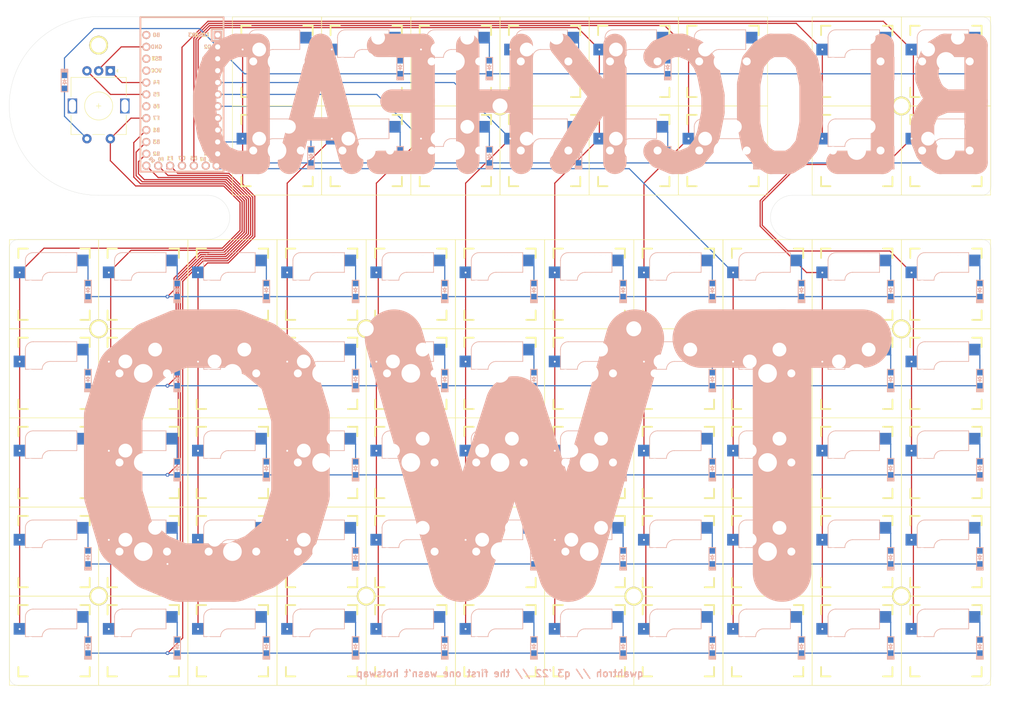
<source format=kicad_pcb>
(kicad_pcb (version 20171130) (host pcbnew "(5.1.10)-1")
  (layers (0 F.Cu signal) (31 B.Cu signal) (34 B.Paste user) (35 F.Paste user) (36 B.SilkS user) (37 F.SilkS user) (38 B.Mask user) (39 F.Mask user) (44 Edge.Cuts user))
  (net 0 "")
  (net 1 Row1)
  (net 2 "Net-(D1-Pad2)")
  (net 3 "Net-(D2-Pad2)")
  (net 4 "Net-(D3-Pad2)")
  (net 5 "Net-(D4-Pad2)")
  (net 6 "Net-(D5-Pad2)")
  (net 7 "Net-(D6-Pad2)")
  (net 8 "Net-(D7-Pad2)")
  (net 9 "Net-(D8-Pad2)")
  (net 10 Row2)
  (net 11 "Net-(D9-Pad2)")
  (net 12 "Net-(D10-Pad2)")
  (net 13 "Net-(D11-Pad2)")
  (net 14 "Net-(D12-Pad2)")
  (net 15 "Net-(D13-Pad2)")
  (net 16 "Net-(D14-Pad2)")
  (net 17 "Net-(D15-Pad2)")
  (net 18 "Net-(D16-Pad2)")
  (net 19 "Net-(D17-Pad2)")
  (net 20 Row3)
  (net 21 "Net-(D18-Pad2)")
  (net 22 "Net-(D19-Pad2)")
  (net 23 "Net-(D20-Pad2)")
  (net 24 "Net-(D21-Pad2)")
  (net 25 "Net-(D22-Pad2)")
  (net 26 "Net-(D23-Pad2)")
  (net 27 "Net-(D24-Pad2)")
  (net 28 "Net-(D25-Pad2)")
  (net 29 "Net-(D26-Pad2)")
  (net 30 "Net-(D27-Pad2)")
  (net 31 "Net-(D28-Pad2)")
  (net 32 Row4)
  (net 33 "Net-(D29-Pad2)")
  (net 34 "Net-(D30-Pad2)")
  (net 35 "Net-(D31-Pad2)")
  (net 36 "Net-(D32-Pad2)")
  (net 37 "Net-(D33-Pad2)")
  (net 38 "Net-(D34-Pad2)")
  (net 39 "Net-(D35-Pad2)")
  (net 40 "Net-(D36-Pad2)")
  (net 41 "Net-(D37-Pad2)")
  (net 42 "Net-(D38-Pad2)")
  (net 43 "Net-(D39-Pad2)")
  (net 44 Row5)
  (net 45 "Net-(D40-Pad2)")
  (net 46 "Net-(D41-Pad2)")
  (net 47 "Net-(D42-Pad2)")
  (net 48 "Net-(D43-Pad2)")
  (net 49 "Net-(D44-Pad2)")
  (net 50 "Net-(D45-Pad2)")
  (net 51 "Net-(D46-Pad2)")
  (net 52 "Net-(D47-Pad2)")
  (net 53 "Net-(D48-Pad2)")
  (net 54 "Net-(D49-Pad2)")
  (net 55 "Net-(D50-Pad2)")
  (net 56 Row6)
  (net 57 "Net-(D51-Pad2)")
  (net 58 "Net-(D52-Pad2)")
  (net 59 "Net-(D53-Pad2)")
  (net 60 "Net-(D54-Pad2)")
  (net 61 "Net-(D55-Pad2)")
  (net 62 "Net-(D56-Pad2)")
  (net 63 "Net-(D57-Pad2)")
  (net 64 "Net-(D58-Pad2)")
  (net 65 "Net-(D59-Pad2)")
  (net 66 "Net-(D60-Pad2)")
  (net 67 "Net-(D61-Pad2)")
  (net 68 Row7)
  (net 69 "Net-(D62-Pad2)")
  (net 70 "Net-(D63-Pad2)")
  (net 71 "Net-(D64-Pad2)")
  (net 72 "Net-(D65-Pad2)")
  (net 73 "Net-(D66-Pad2)")
  (net 74 "Net-(D67-Pad2)")
  (net 75 "Net-(D68-Pad2)")
  (net 76 "Net-(D69-Pad2)")
  (net 77 "Net-(D70-Pad2)")
  (net 78 "Net-(D71-Pad2)")
  (net 79 "Net-(D72-Pad2)")
  (net 80 Col3)
  (net 81 Col4)
  (net 82 Col5)
  (net 83 Col6)
  (net 84 Col7)
  (net 85 Col8)
  (net 86 Col10)
  (net 87 Col11)
  (net 88 Col1)
  (net 89 Col2)
  (net 90 Col9)
  (net 91 R1)
  (net 92 GND)
  (net 93 R2)
  (module Keebio-Parts:Elite-C (layer B.Cu) (at 90.5 46.5 270)
    (fp_text reference U1 hide)
    (fp_text value Elite-C hide)
    (fp_text user D5 (at 12.4 -2.54) (layer F.SilkS) (effects (font (size 0.8 0.8))))
    (fp_text user D5 (at 12.4 -2.54) (layer B.SilkS) (effects (font (size 0.8 0.8)) (justify mirror)))
    (fp_text user F1 (at 12.4 2.54) (layer B.SilkS) (effects (font (size 0.8 0.8)) (justify mirror)))
    (fp_text user F1 (at 12.4 2.54) (layer F.SilkS) (effects (font (size 0.8 0.8))))
    (fp_text user C7 (at 12.4 0) (layer F.SilkS) (effects (font (size 0.8 0.8))))
    (fp_text user C7 (at 12.4 0) (layer B.SilkS) (effects (font (size 0.8 0.8)) (justify mirror)))
    (fp_text user B6 (at 12.7 6.4 135 unlocked) (layer F.SilkS) (effects (font (size 0.7 0.7))))
    (fp_text user B6 (at 12.7 6.4 135 unlocked) (layer B.SilkS) (effects (font (size 0.7 0.7)) (justify mirror)))
    (fp_text user F0 (at 12.6 4.5) (layer B.SilkS) (effects (font (size 0.7 0.7)) (justify mirror)))
    (fp_text user F0 (at 12.6 4.5) (layer F.SilkS) (effects (font (size 0.7 0.7))))
    (fp_text user B7 (at 12.6 -4.5) (layer F.SilkS) (effects (font (size 0.7 0.7))))
    (fp_text user B7 (at 12.6 -4.5) (layer B.SilkS) (effects (font (size 0.7 0.7)) (justify mirror)))
    (fp_text user ST (at -8.91 5.04) (layer F.SilkS) (effects (font (size 0.8 0.8))))
    (fp_text user TX0/D3 (at -13.97 -3.571872) (layer B.SilkS) (effects (font (size 0.8 0.8)) (justify mirror)))
    (fp_text user TX0/D3 (at -13.97 -3.571872) (layer F.SilkS) (effects (font (size 0.8 0.8))))
    (fp_text user D2 (at -11.43 -5.461) (layer B.SilkS) (effects (font (size 0.8 0.8)) (justify mirror)))
    (fp_text user D0 (at -1.27 -5.461) (layer B.SilkS) (effects (font (size 0.8 0.8)) (justify mirror)))
    (fp_text user D1 (at -3.81 -5.461) (layer B.SilkS) (effects (font (size 0.8 0.8)) (justify mirror)))
    (fp_text user GND (at -6.35 -5.461) (layer B.SilkS) (effects (font (size 0.8 0.8)) (justify mirror)))
    (fp_text user GND (at -8.89 -5.461) (layer B.SilkS) (effects (font (size 0.8 0.8)) (justify mirror)))
    (fp_text user D4 (at 1.27 -5.461) (layer B.SilkS) (effects (font (size 0.8 0.8)) (justify mirror)))
    (fp_text user C6 (at 3.81 -5.461) (layer B.SilkS) (effects (font (size 0.8 0.8)) (justify mirror)))
    (fp_text user D7 (at 6.35 -5.461) (layer B.SilkS) (effects (font (size 0.8 0.8)) (justify mirror)))
    (fp_text user E6 (at 8.89 -5.461) (layer B.SilkS) (effects (font (size 0.8 0.8)) (justify mirror)))
    (fp_text user B4 (at 11.43 -5.461) (layer B.SilkS) (effects (font (size 0.8 0.8)) (justify mirror)))
    (fp_text user B5 (at 12.7 -6.4 225) (layer B.SilkS) (effects (font (size 0.7 0.7)) (justify mirror)))
    (fp_text user B2 (at 11.43 5.461) (layer F.SilkS) (effects (font (size 0.8 0.8))))
    (fp_text user B3 (at 8.89 5.461) (layer B.SilkS) (effects (font (size 0.8 0.8)) (justify mirror)))
    (fp_text user B1 (at 6.35 5.461) (layer B.SilkS) (effects (font (size 0.8 0.8)) (justify mirror)))
    (fp_text user F7 (at 3.81 5.461) (layer F.SilkS) (effects (font (size 0.8 0.8))))
    (fp_text user F6 (at 1.27 5.461) (layer F.SilkS) (effects (font (size 0.8 0.8))))
    (fp_text user F5 (at -1.27 5.461) (layer F.SilkS) (effects (font (size 0.8 0.8))))
    (fp_text user F4 (at -3.81 5.461) (layer B.SilkS) (effects (font (size 0.8 0.8)) (justify mirror)))
    (fp_text user VCC (at -6.35 5.461) (layer B.SilkS) (effects (font (size 0.8 0.8)) (justify mirror)))
    (fp_text user ST (at -8.92 5.73312) (layer B.SilkS) (effects (font (size 0.8 0.8)) (justify mirror)))
    (fp_text user GND (at -11.43 5.461) (layer B.SilkS) (effects (font (size 0.8 0.8)) (justify mirror)))
    (fp_text user B0 (at -13.97 5.461) (layer B.SilkS) (effects (font (size 0.8 0.8)) (justify mirror)))
    (fp_text user B0 (at -13.97 5.461) (layer F.SilkS) (effects (font (size 0.8 0.8))))
    (fp_text user GND (at -11.43 5.461) (layer F.SilkS) (effects (font (size 0.8 0.8))))
    (fp_text user VCC (at -6.35 5.461) (layer F.SilkS) (effects (font (size 0.8 0.8))))
    (fp_text user F4 (at -3.81 5.461) (layer F.SilkS) (effects (font (size 0.8 0.8))))
    (fp_text user F5 (at -1.27 5.461) (layer B.SilkS) (effects (font (size 0.8 0.8)) (justify mirror)))
    (fp_text user F6 (at 1.27 5.461) (layer B.SilkS) (effects (font (size 0.8 0.8)) (justify mirror)))
    (fp_text user F7 (at 3.81 5.461) (layer B.SilkS) (effects (font (size 0.8 0.8)) (justify mirror)))
    (fp_text user B1 (at 6.35 5.461) (layer F.SilkS) (effects (font (size 0.8 0.8))))
    (fp_text user B3 (at 8.89 5.461) (layer F.SilkS) (effects (font (size 0.8 0.8))))
    (fp_text user B2 (at 11.43 5.461) (layer B.SilkS) (effects (font (size 0.8 0.8)) (justify mirror)))
    (fp_text user B5 (at 12.7 -6.4 225) (layer F.SilkS) (effects (font (size 0.7 0.7))))
    (fp_text user B4 (at 11.43 -5.461) (layer F.SilkS) (effects (font (size 0.8 0.8))))
    (fp_text user E6 (at 8.89 -5.461) (layer F.SilkS) (effects (font (size 0.8 0.8))))
    (fp_text user D7 (at 6.35 -5.461) (layer F.SilkS) (effects (font (size 0.8 0.8))))
    (fp_text user C6 (at 3.81 -5.461) (layer F.SilkS) (effects (font (size 0.8 0.8))))
    (fp_text user D4 (at 1.27 -5.461) (layer F.SilkS) (effects (font (size 0.8 0.8))))
    (fp_text user GND (at -8.89 -5.461) (layer F.SilkS) (effects (font (size 0.8 0.8))))
    (fp_text user GND (at -6.35 -5.461) (layer F.SilkS) (effects (font (size 0.8 0.8))))
    (fp_text user D1 (at -3.81 -5.461) (layer F.SilkS) (effects (font (size 0.8 0.8))))
    (fp_text user D0 (at -1.27 -5.461) (layer F.SilkS) (effects (font (size 0.8 0.8))))
    (fp_text user D2 (at -11.43 -5.461) (layer F.SilkS) (effects (font (size 0.8 0.8))))
    (pad 25 thru_hole circle (at 13.97 -5.08 270) (size 1.7526 1.7526) (drill 1.0922) (layers *.Cu *.SilkS *.Mask))
    (pad 26 thru_hole circle (at 13.97 -2.54 270) (size 1.7526 1.7526) (drill 1.0922) (layers *.Cu *.SilkS *.Mask) (net 86 Col10))
    (pad 27 thru_hole circle (at 13.97 0 270) (size 1.7526 1.7526) (drill 1.0922) (layers *.Cu *.SilkS *.Mask) (net 87 Col11))
    (pad 28 thru_hole circle (at 13.97 2.54 270) (size 1.7526 1.7526) (drill 1.0922) (layers *.Cu *.SilkS *.Mask) (net 68 Row7))
    (pad 29 thru_hole circle (at 13.97 5.08 270) (size 1.7526 1.7526) (drill 1.0922) (layers *.Cu *.SilkS *.Mask) (net 56 Row6))
    (pad 24 thru_hole circle (at -13.97 7.62 270) (size 1.7526 1.7526) (drill 1.0922) (layers *.Cu *.SilkS *.Mask))
    (pad 12 thru_hole circle (at 13.97 -7.3914 270) (size 1.7526 1.7526) (drill 1.0922) (layers *.Cu *.SilkS *.Mask) (net 90 Col9))
    (pad 23 thru_hole circle (at -11.43 7.62 270) (size 1.7526 1.7526) (drill 1.0922) (layers *.Cu *.SilkS *.Mask) (net 92 GND))
    (pad 22 thru_hole circle (at -8.89 7.62 270) (size 1.7526 1.7526) (drill 1.0922) (layers *.Cu *.SilkS *.Mask))
    (pad 21 thru_hole circle (at -6.35 7.62 270) (size 1.7526 1.7526) (drill 1.0922) (layers *.Cu *.SilkS *.Mask))
    (pad 20 thru_hole circle (at -3.81 7.62 270) (size 1.7526 1.7526) (drill 1.0922) (layers *.Cu *.SilkS *.Mask) (net 91 R1))
    (pad 19 thru_hole circle (at -1.27 7.62 270) (size 1.7526 1.7526) (drill 1.0922) (layers *.Cu *.SilkS *.Mask) (net 93 R2))
    (pad 18 thru_hole circle (at 1.27 7.62 270) (size 1.7526 1.7526) (drill 1.0922) (layers *.Cu *.SilkS *.Mask))
    (pad 17 thru_hole circle (at 3.81 7.62 270) (size 1.7526 1.7526) (drill 1.0922) (layers *.Cu *.SilkS *.Mask) (net 88 Col1))
    (pad 16 thru_hole circle (at 6.35 7.62 270) (size 1.7526 1.7526) (drill 1.0922) (layers *.Cu *.SilkS *.Mask) (net 89 Col2))
    (pad 15 thru_hole circle (at 8.89 7.62 270) (size 1.7526 1.7526) (drill 1.0922) (layers *.Cu *.SilkS *.Mask) (net 20 Row3))
    (pad 14 thru_hole circle (at 11.43 7.62 270) (size 1.7526 1.7526) (drill 1.0922) (layers *.Cu *.SilkS *.Mask) (net 32 Row4))
    (pad 13 thru_hole circle (at 13.97 7.62 270) (size 1.7526 1.7526) (drill 1.0922) (layers *.Cu *.SilkS *.Mask) (net 44 Row5))
    (pad 11 thru_hole circle (at 11.43 -7.62 270) (size 1.7526 1.7526) (drill 1.0922) (layers *.Cu *.SilkS *.Mask) (net 10 Row2))
    (pad 10 thru_hole circle (at 8.89 -7.62 270) (size 1.7526 1.7526) (drill 1.0922) (layers *.Cu *.SilkS *.Mask) (net 80 Col3))
    (pad 9 thru_hole circle (at 6.35 -7.62 270) (size 1.7526 1.7526) (drill 1.0922) (layers *.Cu *.SilkS *.Mask) (net 85 Col8))
    (pad 8 thru_hole circle (at 3.81 -7.62 270) (size 1.7526 1.7526) (drill 1.0922) (layers *.Cu *.SilkS *.Mask) (net 84 Col7))
    (pad 7 thru_hole circle (at 1.27 -7.62 270) (size 1.7526 1.7526) (drill 1.0922) (layers *.Cu *.SilkS *.Mask) (net 81 Col4))
    (pad 6 thru_hole circle (at -1.27 -7.62 270) (size 1.7526 1.7526) (drill 1.0922) (layers *.Cu *.SilkS *.Mask) (net 82 Col5))
    (pad 5 thru_hole circle (at -3.81 -7.62 270) (size 1.7526 1.7526) (drill 1.0922) (layers *.Cu *.SilkS *.Mask) (net 83 Col6))
    (pad 4 thru_hole circle (at -6.35 -7.62 270) (size 1.7526 1.7526) (drill 1.0922) (layers *.Cu *.SilkS *.Mask))
    (pad 3 thru_hole circle (at -8.89 -7.62 270) (size 1.7526 1.7526) (drill 1.0922) (layers *.Cu *.SilkS *.Mask))
    (pad 2 thru_hole circle (at -11.43 -7.62 270) (size 1.7526 1.7526) (drill 1.0922) (layers *.Cu *.SilkS *.Mask) (net 1 Row1))
    (pad 1 thru_hole rect (at -13.97 -7.62 270) (size 1.7526 1.7526) (drill 1.0922) (layers *.Cu *.SilkS *.Mask))
  )
  (module Keebio-Parts:RotaryEncoder_EC11 (layer F.Cu) (at 72.7 47.7 270)
    (fp_text reference SW1)
    (fp_text value Rotary_Encoder_Switch)
    (pad A thru_hole rect (at -7.5 -2.5 270) (size 2 2) (drill 1) (layers *.Cu *.Mask) (net 91 R1))
    (pad C thru_hole circle (at -7.5 0 270) (size 2 2) (drill 1) (layers *.Cu *.Mask) (net 92 GND))
    (pad B thru_hole circle (at -7.5 2.5 270) (size 2 2) (drill 1) (layers *.Cu *.Mask) (net 93 R2))
    (pad "" np_thru_hole rect (at 0 -5.6 270) (size 3.2 2) (drill oval 2.8 1.5) (layers *.Cu *.Mask))
    (pad "" np_thru_hole rect (at 0 5.6 270) (size 3.2 2) (drill oval 2.8 1.5) (layers *.Cu *.Mask))
    (pad S2 thru_hole circle (at 7 -2.5 270) (size 2 2) (drill 1) (layers *.Cu *.Mask) (net 88 Col1))
    (pad S1 thru_hole circle (at 7 2.5 270) (size 2 2) (drill 1) (layers *.Cu *.Mask) (net 11 "Net-(D9-Pad2)"))
  )
  (module keyboard_parts:Kailh_MX_Socket (layer F.Cu) (at 253.675 162 180)
    (fp_text reference K71 hide)
    (fp_text value KEYSW hide)
    (pad 1 smd rect (at 7.36 2.54 180) (size 2.55 2.5) (layers B.Cu B.Paste B.Mask) (net 87 Col11))
    (pad "" np_thru_hole circle (at 0 0 180) (size 3.98018 3.98018) (drill 3.98018) (layers *.Cu *.Mask))
    (pad "" np_thru_hole circle (at -2.54 5.08 180) (size 2.95 2.95) (drill 2.95) (layers *.Cu *.Mask))
    (pad "" np_thru_hole circle (at 3.81 2.54 180) (size 2.95 2.95) (drill 2.95) (layers *.Cu *.Mask))
    (pad 2 smd rect (at -6.09 5.08 180) (size 2.55 2.5) (layers B.Cu B.Paste B.Mask) (net 79 "Net-(D72-Pad2)"))
    (pad "" np_thru_hole circle (at -5.08 0 180) (size 1.7 1.7) (drill 1.7) (layers *.Cu *.Mask))
    (pad "" np_thru_hole circle (at 5.08 0 180) (size 1.7 1.7) (drill 1.7) (layers *.Cu *.Mask))
  )
  (module keyboard_parts:Kailh_MX_Socket (layer F.Cu) (at 234.625 162 180)
    (fp_text reference K70 hide)
    (fp_text value KEYSW hide)
    (pad 1 smd rect (at 7.36 2.54 180) (size 2.55 2.5) (layers B.Cu B.Paste B.Mask) (net 86 Col10))
    (pad "" np_thru_hole circle (at 0 0 180) (size 3.98018 3.98018) (drill 3.98018) (layers *.Cu *.Mask))
    (pad "" np_thru_hole circle (at -2.54 5.08 180) (size 2.95 2.95) (drill 2.95) (layers *.Cu *.Mask))
    (pad "" np_thru_hole circle (at 3.81 2.54 180) (size 2.95 2.95) (drill 2.95) (layers *.Cu *.Mask))
    (pad 2 smd rect (at -6.09 5.08 180) (size 2.55 2.5) (layers B.Cu B.Paste B.Mask) (net 78 "Net-(D71-Pad2)"))
    (pad "" np_thru_hole circle (at -5.08 0 180) (size 1.7 1.7) (drill 1.7) (layers *.Cu *.Mask))
    (pad "" np_thru_hole circle (at 5.08 0 180) (size 1.7 1.7) (drill 1.7) (layers *.Cu *.Mask))
  )
  (module keyboard_parts:Kailh_MX_Socket (layer F.Cu) (at 215.575 162 180)
    (fp_text reference K69 hide)
    (fp_text value KEYSW hide)
    (pad 1 smd rect (at 7.36 2.54 180) (size 2.55 2.5) (layers B.Cu B.Paste B.Mask) (net 90 Col9))
    (pad "" np_thru_hole circle (at 0 0 180) (size 3.98018 3.98018) (drill 3.98018) (layers *.Cu *.Mask))
    (pad "" np_thru_hole circle (at -2.54 5.08 180) (size 2.95 2.95) (drill 2.95) (layers *.Cu *.Mask))
    (pad "" np_thru_hole circle (at 3.81 2.54 180) (size 2.95 2.95) (drill 2.95) (layers *.Cu *.Mask))
    (pad 2 smd rect (at -6.09 5.08 180) (size 2.55 2.5) (layers B.Cu B.Paste B.Mask) (net 77 "Net-(D70-Pad2)"))
    (pad "" np_thru_hole circle (at -5.08 0 180) (size 1.7 1.7) (drill 1.7) (layers *.Cu *.Mask))
    (pad "" np_thru_hole circle (at 5.08 0 180) (size 1.7 1.7) (drill 1.7) (layers *.Cu *.Mask))
  )
  (module keyboard_parts:Kailh_MX_Socket (layer F.Cu) (at 196.525 162 180)
    (fp_text reference K68 hide)
    (fp_text value KEYSW hide)
    (pad 1 smd rect (at 7.36 2.54 180) (size 2.55 2.5) (layers B.Cu B.Paste B.Mask) (net 85 Col8))
    (pad "" np_thru_hole circle (at 0 0 180) (size 3.98018 3.98018) (drill 3.98018) (layers *.Cu *.Mask))
    (pad "" np_thru_hole circle (at -2.54 5.08 180) (size 2.95 2.95) (drill 2.95) (layers *.Cu *.Mask))
    (pad "" np_thru_hole circle (at 3.81 2.54 180) (size 2.95 2.95) (drill 2.95) (layers *.Cu *.Mask))
    (pad 2 smd rect (at -6.09 5.08 180) (size 2.55 2.5) (layers B.Cu B.Paste B.Mask) (net 76 "Net-(D69-Pad2)"))
    (pad "" np_thru_hole circle (at -5.08 0 180) (size 1.7 1.7) (drill 1.7) (layers *.Cu *.Mask))
    (pad "" np_thru_hole circle (at 5.08 0 180) (size 1.7 1.7) (drill 1.7) (layers *.Cu *.Mask))
  )
  (module keyboard_parts:Kailh_MX_Socket (layer F.Cu) (at 177.475 162 180)
    (fp_text reference K67 hide)
    (fp_text value KEYSW hide)
    (pad 1 smd rect (at 7.36 2.54 180) (size 2.55 2.5) (layers B.Cu B.Paste B.Mask) (net 84 Col7))
    (pad "" np_thru_hole circle (at 0 0 180) (size 3.98018 3.98018) (drill 3.98018) (layers *.Cu *.Mask))
    (pad "" np_thru_hole circle (at -2.54 5.08 180) (size 2.95 2.95) (drill 2.95) (layers *.Cu *.Mask))
    (pad "" np_thru_hole circle (at 3.81 2.54 180) (size 2.95 2.95) (drill 2.95) (layers *.Cu *.Mask))
    (pad 2 smd rect (at -6.09 5.08 180) (size 2.55 2.5) (layers B.Cu B.Paste B.Mask) (net 75 "Net-(D68-Pad2)"))
    (pad "" np_thru_hole circle (at -5.08 0 180) (size 1.7 1.7) (drill 1.7) (layers *.Cu *.Mask))
    (pad "" np_thru_hole circle (at 5.08 0 180) (size 1.7 1.7) (drill 1.7) (layers *.Cu *.Mask))
  )
  (module keyboard_parts:Kailh_MX_Socket (layer F.Cu) (at 158.425 162 180)
    (fp_text reference K66 hide)
    (fp_text value KEYSW hide)
    (pad 1 smd rect (at 7.36 2.54 180) (size 2.55 2.5) (layers B.Cu B.Paste B.Mask) (net 83 Col6))
    (pad "" np_thru_hole circle (at 0 0 180) (size 3.98018 3.98018) (drill 3.98018) (layers *.Cu *.Mask))
    (pad "" np_thru_hole circle (at -2.54 5.08 180) (size 2.95 2.95) (drill 2.95) (layers *.Cu *.Mask))
    (pad "" np_thru_hole circle (at 3.81 2.54 180) (size 2.95 2.95) (drill 2.95) (layers *.Cu *.Mask))
    (pad 2 smd rect (at -6.09 5.08 180) (size 2.55 2.5) (layers B.Cu B.Paste B.Mask) (net 74 "Net-(D67-Pad2)"))
    (pad "" np_thru_hole circle (at -5.08 0 180) (size 1.7 1.7) (drill 1.7) (layers *.Cu *.Mask))
    (pad "" np_thru_hole circle (at 5.08 0 180) (size 1.7 1.7) (drill 1.7) (layers *.Cu *.Mask))
  )
  (module keyboard_parts:Kailh_MX_Socket (layer F.Cu) (at 139.375 162 180)
    (fp_text reference K65 hide)
    (fp_text value KEYSW hide)
    (pad 1 smd rect (at 7.36 2.54 180) (size 2.55 2.5) (layers B.Cu B.Paste B.Mask) (net 82 Col5))
    (pad "" np_thru_hole circle (at 0 0 180) (size 3.98018 3.98018) (drill 3.98018) (layers *.Cu *.Mask))
    (pad "" np_thru_hole circle (at -2.54 5.08 180) (size 2.95 2.95) (drill 2.95) (layers *.Cu *.Mask))
    (pad "" np_thru_hole circle (at 3.81 2.54 180) (size 2.95 2.95) (drill 2.95) (layers *.Cu *.Mask))
    (pad 2 smd rect (at -6.09 5.08 180) (size 2.55 2.5) (layers B.Cu B.Paste B.Mask) (net 73 "Net-(D66-Pad2)"))
    (pad "" np_thru_hole circle (at -5.08 0 180) (size 1.7 1.7) (drill 1.7) (layers *.Cu *.Mask))
    (pad "" np_thru_hole circle (at 5.08 0 180) (size 1.7 1.7) (drill 1.7) (layers *.Cu *.Mask))
  )
  (module keyboard_parts:Kailh_MX_Socket (layer F.Cu) (at 120.325 162 180)
    (fp_text reference K64 hide)
    (fp_text value KEYSW hide)
    (pad 1 smd rect (at 7.36 2.54 180) (size 2.55 2.5) (layers B.Cu B.Paste B.Mask) (net 81 Col4))
    (pad "" np_thru_hole circle (at 0 0 180) (size 3.98018 3.98018) (drill 3.98018) (layers *.Cu *.Mask))
    (pad "" np_thru_hole circle (at -2.54 5.08 180) (size 2.95 2.95) (drill 2.95) (layers *.Cu *.Mask))
    (pad "" np_thru_hole circle (at 3.81 2.54 180) (size 2.95 2.95) (drill 2.95) (layers *.Cu *.Mask))
    (pad 2 smd rect (at -6.09 5.08 180) (size 2.55 2.5) (layers B.Cu B.Paste B.Mask) (net 72 "Net-(D65-Pad2)"))
    (pad "" np_thru_hole circle (at -5.08 0 180) (size 1.7 1.7) (drill 1.7) (layers *.Cu *.Mask))
    (pad "" np_thru_hole circle (at 5.08 0 180) (size 1.7 1.7) (drill 1.7) (layers *.Cu *.Mask))
  )
  (module keyboard_parts:Kailh_MX_Socket (layer F.Cu) (at 101.275 162 180)
    (fp_text reference K63 hide)
    (fp_text value KEYSW hide)
    (pad 1 smd rect (at 7.36 2.54 180) (size 2.55 2.5) (layers B.Cu B.Paste B.Mask) (net 80 Col3))
    (pad "" np_thru_hole circle (at 0 0 180) (size 3.98018 3.98018) (drill 3.98018) (layers *.Cu *.Mask))
    (pad "" np_thru_hole circle (at -2.54 5.08 180) (size 2.95 2.95) (drill 2.95) (layers *.Cu *.Mask))
    (pad "" np_thru_hole circle (at 3.81 2.54 180) (size 2.95 2.95) (drill 2.95) (layers *.Cu *.Mask))
    (pad 2 smd rect (at -6.09 5.08 180) (size 2.55 2.5) (layers B.Cu B.Paste B.Mask) (net 71 "Net-(D64-Pad2)"))
    (pad "" np_thru_hole circle (at -5.08 0 180) (size 1.7 1.7) (drill 1.7) (layers *.Cu *.Mask))
    (pad "" np_thru_hole circle (at 5.08 0 180) (size 1.7 1.7) (drill 1.7) (layers *.Cu *.Mask))
  )
  (module keyboard_parts:Kailh_MX_Socket (layer F.Cu) (at 82.225 162 180)
    (fp_text reference K62 hide)
    (fp_text value KEYSW hide)
    (pad 1 smd rect (at 7.36 2.54 180) (size 2.55 2.5) (layers B.Cu B.Paste B.Mask) (net 89 Col2))
    (pad "" np_thru_hole circle (at 0 0 180) (size 3.98018 3.98018) (drill 3.98018) (layers *.Cu *.Mask))
    (pad "" np_thru_hole circle (at -2.54 5.08 180) (size 2.95 2.95) (drill 2.95) (layers *.Cu *.Mask))
    (pad "" np_thru_hole circle (at 3.81 2.54 180) (size 2.95 2.95) (drill 2.95) (layers *.Cu *.Mask))
    (pad 2 smd rect (at -6.09 5.08 180) (size 2.55 2.5) (layers B.Cu B.Paste B.Mask) (net 70 "Net-(D63-Pad2)"))
    (pad "" np_thru_hole circle (at -5.08 0 180) (size 1.7 1.7) (drill 1.7) (layers *.Cu *.Mask))
    (pad "" np_thru_hole circle (at 5.08 0 180) (size 1.7 1.7) (drill 1.7) (layers *.Cu *.Mask))
  )
  (module keyboard_parts:Kailh_MX_Socket (layer F.Cu) (at 63.175 162 180)
    (fp_text reference K61 hide)
    (fp_text value KEYSW hide)
    (pad 1 smd rect (at 7.36 2.54 180) (size 2.55 2.5) (layers B.Cu B.Paste B.Mask) (net 88 Col1))
    (pad "" np_thru_hole circle (at 0 0 180) (size 3.98018 3.98018) (drill 3.98018) (layers *.Cu *.Mask))
    (pad "" np_thru_hole circle (at -2.54 5.08 180) (size 2.95 2.95) (drill 2.95) (layers *.Cu *.Mask))
    (pad "" np_thru_hole circle (at 3.81 2.54 180) (size 2.95 2.95) (drill 2.95) (layers *.Cu *.Mask))
    (pad 2 smd rect (at -6.09 5.08 180) (size 2.55 2.5) (layers B.Cu B.Paste B.Mask) (net 69 "Net-(D62-Pad2)"))
    (pad "" np_thru_hole circle (at -5.08 0 180) (size 1.7 1.7) (drill 1.7) (layers *.Cu *.Mask))
    (pad "" np_thru_hole circle (at 5.08 0 180) (size 1.7 1.7) (drill 1.7) (layers *.Cu *.Mask))
  )
  (module keyboard_parts:Kailh_MX_Socket (layer F.Cu) (at 253.675 142.95 180)
    (fp_text reference K60 hide)
    (fp_text value KEYSW hide)
    (pad 1 smd rect (at 7.36 2.54 180) (size 2.55 2.5) (layers B.Cu B.Paste B.Mask) (net 87 Col11))
    (pad "" np_thru_hole circle (at 0 0 180) (size 3.98018 3.98018) (drill 3.98018) (layers *.Cu *.Mask))
    (pad "" np_thru_hole circle (at -2.54 5.08 180) (size 2.95 2.95) (drill 2.95) (layers *.Cu *.Mask))
    (pad "" np_thru_hole circle (at 3.81 2.54 180) (size 2.95 2.95) (drill 2.95) (layers *.Cu *.Mask))
    (pad 2 smd rect (at -6.09 5.08 180) (size 2.55 2.5) (layers B.Cu B.Paste B.Mask) (net 67 "Net-(D61-Pad2)"))
    (pad "" np_thru_hole circle (at -5.08 0 180) (size 1.7 1.7) (drill 1.7) (layers *.Cu *.Mask))
    (pad "" np_thru_hole circle (at 5.08 0 180) (size 1.7 1.7) (drill 1.7) (layers *.Cu *.Mask))
  )
  (module keyboard_parts:Kailh_MX_Socket (layer F.Cu) (at 234.625 142.95 180)
    (fp_text reference K59 hide)
    (fp_text value KEYSW hide)
    (pad 1 smd rect (at 7.36 2.54 180) (size 2.55 2.5) (layers B.Cu B.Paste B.Mask) (net 86 Col10))
    (pad "" np_thru_hole circle (at 0 0 180) (size 3.98018 3.98018) (drill 3.98018) (layers *.Cu *.Mask))
    (pad "" np_thru_hole circle (at -2.54 5.08 180) (size 2.95 2.95) (drill 2.95) (layers *.Cu *.Mask))
    (pad "" np_thru_hole circle (at 3.81 2.54 180) (size 2.95 2.95) (drill 2.95) (layers *.Cu *.Mask))
    (pad 2 smd rect (at -6.09 5.08 180) (size 2.55 2.5) (layers B.Cu B.Paste B.Mask) (net 66 "Net-(D60-Pad2)"))
    (pad "" np_thru_hole circle (at -5.08 0 180) (size 1.7 1.7) (drill 1.7) (layers *.Cu *.Mask))
    (pad "" np_thru_hole circle (at 5.08 0 180) (size 1.7 1.7) (drill 1.7) (layers *.Cu *.Mask))
  )
  (module keyboard_parts:Kailh_MX_Socket (layer F.Cu) (at 215.575 142.95 180)
    (fp_text reference K58 hide)
    (fp_text value KEYSW hide)
    (pad 1 smd rect (at 7.36 2.54 180) (size 2.55 2.5) (layers B.Cu B.Paste B.Mask) (net 90 Col9))
    (pad "" np_thru_hole circle (at 0 0 180) (size 3.98018 3.98018) (drill 3.98018) (layers *.Cu *.Mask))
    (pad "" np_thru_hole circle (at -2.54 5.08 180) (size 2.95 2.95) (drill 2.95) (layers *.Cu *.Mask))
    (pad "" np_thru_hole circle (at 3.81 2.54 180) (size 2.95 2.95) (drill 2.95) (layers *.Cu *.Mask))
    (pad 2 smd rect (at -6.09 5.08 180) (size 2.55 2.5) (layers B.Cu B.Paste B.Mask) (net 65 "Net-(D59-Pad2)"))
    (pad "" np_thru_hole circle (at -5.08 0 180) (size 1.7 1.7) (drill 1.7) (layers *.Cu *.Mask))
    (pad "" np_thru_hole circle (at 5.08 0 180) (size 1.7 1.7) (drill 1.7) (layers *.Cu *.Mask))
  )
  (module keyboard_parts:Kailh_MX_Socket (layer F.Cu) (at 196.525 142.95 180)
    (fp_text reference K57 hide)
    (fp_text value KEYSW hide)
    (pad 1 smd rect (at 7.36 2.54 180) (size 2.55 2.5) (layers B.Cu B.Paste B.Mask) (net 85 Col8))
    (pad "" np_thru_hole circle (at 0 0 180) (size 3.98018 3.98018) (drill 3.98018) (layers *.Cu *.Mask))
    (pad "" np_thru_hole circle (at -2.54 5.08 180) (size 2.95 2.95) (drill 2.95) (layers *.Cu *.Mask))
    (pad "" np_thru_hole circle (at 3.81 2.54 180) (size 2.95 2.95) (drill 2.95) (layers *.Cu *.Mask))
    (pad 2 smd rect (at -6.09 5.08 180) (size 2.55 2.5) (layers B.Cu B.Paste B.Mask) (net 64 "Net-(D58-Pad2)"))
    (pad "" np_thru_hole circle (at -5.08 0 180) (size 1.7 1.7) (drill 1.7) (layers *.Cu *.Mask))
    (pad "" np_thru_hole circle (at 5.08 0 180) (size 1.7 1.7) (drill 1.7) (layers *.Cu *.Mask))
  )
  (module keyboard_parts:Kailh_MX_Socket (layer F.Cu) (at 177.475 142.95 180)
    (fp_text reference K56 hide)
    (fp_text value KEYSW hide)
    (pad 1 smd rect (at 7.36 2.54 180) (size 2.55 2.5) (layers B.Cu B.Paste B.Mask) (net 84 Col7))
    (pad "" np_thru_hole circle (at 0 0 180) (size 3.98018 3.98018) (drill 3.98018) (layers *.Cu *.Mask))
    (pad "" np_thru_hole circle (at -2.54 5.08 180) (size 2.95 2.95) (drill 2.95) (layers *.Cu *.Mask))
    (pad "" np_thru_hole circle (at 3.81 2.54 180) (size 2.95 2.95) (drill 2.95) (layers *.Cu *.Mask))
    (pad 2 smd rect (at -6.09 5.08 180) (size 2.55 2.5) (layers B.Cu B.Paste B.Mask) (net 63 "Net-(D57-Pad2)"))
    (pad "" np_thru_hole circle (at -5.08 0 180) (size 1.7 1.7) (drill 1.7) (layers *.Cu *.Mask))
    (pad "" np_thru_hole circle (at 5.08 0 180) (size 1.7 1.7) (drill 1.7) (layers *.Cu *.Mask))
  )
  (module keyboard_parts:Kailh_MX_Socket (layer F.Cu) (at 158.425 142.95 180)
    (fp_text reference K55 hide)
    (fp_text value KEYSW hide)
    (pad 1 smd rect (at 7.36 2.54 180) (size 2.55 2.5) (layers B.Cu B.Paste B.Mask) (net 83 Col6))
    (pad "" np_thru_hole circle (at 0 0 180) (size 3.98018 3.98018) (drill 3.98018) (layers *.Cu *.Mask))
    (pad "" np_thru_hole circle (at -2.54 5.08 180) (size 2.95 2.95) (drill 2.95) (layers *.Cu *.Mask))
    (pad "" np_thru_hole circle (at 3.81 2.54 180) (size 2.95 2.95) (drill 2.95) (layers *.Cu *.Mask))
    (pad 2 smd rect (at -6.09 5.08 180) (size 2.55 2.5) (layers B.Cu B.Paste B.Mask) (net 62 "Net-(D56-Pad2)"))
    (pad "" np_thru_hole circle (at -5.08 0 180) (size 1.7 1.7) (drill 1.7) (layers *.Cu *.Mask))
    (pad "" np_thru_hole circle (at 5.08 0 180) (size 1.7 1.7) (drill 1.7) (layers *.Cu *.Mask))
  )
  (module keyboard_parts:Kailh_MX_Socket (layer F.Cu) (at 139.375 142.95 180)
    (fp_text reference K54 hide)
    (fp_text value KEYSW hide)
    (pad 1 smd rect (at 7.36 2.54 180) (size 2.55 2.5) (layers B.Cu B.Paste B.Mask) (net 82 Col5))
    (pad "" np_thru_hole circle (at 0 0 180) (size 3.98018 3.98018) (drill 3.98018) (layers *.Cu *.Mask))
    (pad "" np_thru_hole circle (at -2.54 5.08 180) (size 2.95 2.95) (drill 2.95) (layers *.Cu *.Mask))
    (pad "" np_thru_hole circle (at 3.81 2.54 180) (size 2.95 2.95) (drill 2.95) (layers *.Cu *.Mask))
    (pad 2 smd rect (at -6.09 5.08 180) (size 2.55 2.5) (layers B.Cu B.Paste B.Mask) (net 61 "Net-(D55-Pad2)"))
    (pad "" np_thru_hole circle (at -5.08 0 180) (size 1.7 1.7) (drill 1.7) (layers *.Cu *.Mask))
    (pad "" np_thru_hole circle (at 5.08 0 180) (size 1.7 1.7) (drill 1.7) (layers *.Cu *.Mask))
  )
  (module keyboard_parts:Kailh_MX_Socket (layer F.Cu) (at 120.325 142.95 180)
    (fp_text reference K53 hide)
    (fp_text value KEYSW hide)
    (pad 1 smd rect (at 7.36 2.54 180) (size 2.55 2.5) (layers B.Cu B.Paste B.Mask) (net 81 Col4))
    (pad "" np_thru_hole circle (at 0 0 180) (size 3.98018 3.98018) (drill 3.98018) (layers *.Cu *.Mask))
    (pad "" np_thru_hole circle (at -2.54 5.08 180) (size 2.95 2.95) (drill 2.95) (layers *.Cu *.Mask))
    (pad "" np_thru_hole circle (at 3.81 2.54 180) (size 2.95 2.95) (drill 2.95) (layers *.Cu *.Mask))
    (pad 2 smd rect (at -6.09 5.08 180) (size 2.55 2.5) (layers B.Cu B.Paste B.Mask) (net 60 "Net-(D54-Pad2)"))
    (pad "" np_thru_hole circle (at -5.08 0 180) (size 1.7 1.7) (drill 1.7) (layers *.Cu *.Mask))
    (pad "" np_thru_hole circle (at 5.08 0 180) (size 1.7 1.7) (drill 1.7) (layers *.Cu *.Mask))
  )
  (module keyboard_parts:Kailh_MX_Socket (layer F.Cu) (at 101.275 142.95 180)
    (fp_text reference K52 hide)
    (fp_text value KEYSW hide)
    (pad 1 smd rect (at 7.36 2.54 180) (size 2.55 2.5) (layers B.Cu B.Paste B.Mask) (net 80 Col3))
    (pad "" np_thru_hole circle (at 0 0 180) (size 3.98018 3.98018) (drill 3.98018) (layers *.Cu *.Mask))
    (pad "" np_thru_hole circle (at -2.54 5.08 180) (size 2.95 2.95) (drill 2.95) (layers *.Cu *.Mask))
    (pad "" np_thru_hole circle (at 3.81 2.54 180) (size 2.95 2.95) (drill 2.95) (layers *.Cu *.Mask))
    (pad 2 smd rect (at -6.09 5.08 180) (size 2.55 2.5) (layers B.Cu B.Paste B.Mask) (net 59 "Net-(D53-Pad2)"))
    (pad "" np_thru_hole circle (at -5.08 0 180) (size 1.7 1.7) (drill 1.7) (layers *.Cu *.Mask))
    (pad "" np_thru_hole circle (at 5.08 0 180) (size 1.7 1.7) (drill 1.7) (layers *.Cu *.Mask))
  )
  (module keyboard_parts:Kailh_MX_Socket (layer F.Cu) (at 82.225 142.95 180)
    (fp_text reference K51 hide)
    (fp_text value KEYSW hide)
    (pad 1 smd rect (at 7.36 2.54 180) (size 2.55 2.5) (layers B.Cu B.Paste B.Mask) (net 89 Col2))
    (pad "" np_thru_hole circle (at 0 0 180) (size 3.98018 3.98018) (drill 3.98018) (layers *.Cu *.Mask))
    (pad "" np_thru_hole circle (at -2.54 5.08 180) (size 2.95 2.95) (drill 2.95) (layers *.Cu *.Mask))
    (pad "" np_thru_hole circle (at 3.81 2.54 180) (size 2.95 2.95) (drill 2.95) (layers *.Cu *.Mask))
    (pad 2 smd rect (at -6.09 5.08 180) (size 2.55 2.5) (layers B.Cu B.Paste B.Mask) (net 58 "Net-(D52-Pad2)"))
    (pad "" np_thru_hole circle (at -5.08 0 180) (size 1.7 1.7) (drill 1.7) (layers *.Cu *.Mask))
    (pad "" np_thru_hole circle (at 5.08 0 180) (size 1.7 1.7) (drill 1.7) (layers *.Cu *.Mask))
  )
  (module keyboard_parts:Kailh_MX_Socket (layer F.Cu) (at 63.175 142.95 180)
    (fp_text reference K50 hide)
    (fp_text value KEYSW hide)
    (pad 1 smd rect (at 7.36 2.54 180) (size 2.55 2.5) (layers B.Cu B.Paste B.Mask) (net 88 Col1))
    (pad "" np_thru_hole circle (at 0 0 180) (size 3.98018 3.98018) (drill 3.98018) (layers *.Cu *.Mask))
    (pad "" np_thru_hole circle (at -2.54 5.08 180) (size 2.95 2.95) (drill 2.95) (layers *.Cu *.Mask))
    (pad "" np_thru_hole circle (at 3.81 2.54 180) (size 2.95 2.95) (drill 2.95) (layers *.Cu *.Mask))
    (pad 2 smd rect (at -6.09 5.08 180) (size 2.55 2.5) (layers B.Cu B.Paste B.Mask) (net 57 "Net-(D51-Pad2)"))
    (pad "" np_thru_hole circle (at -5.08 0 180) (size 1.7 1.7) (drill 1.7) (layers *.Cu *.Mask))
    (pad "" np_thru_hole circle (at 5.08 0 180) (size 1.7 1.7) (drill 1.7) (layers *.Cu *.Mask))
  )
  (module keyboard_parts:Kailh_MX_Socket (layer F.Cu) (at 253.675 123.9 180)
    (fp_text reference K49 hide)
    (fp_text value KEYSW hide)
    (pad 1 smd rect (at 7.36 2.54 180) (size 2.55 2.5) (layers B.Cu B.Paste B.Mask) (net 87 Col11))
    (pad "" np_thru_hole circle (at 0 0 180) (size 3.98018 3.98018) (drill 3.98018) (layers *.Cu *.Mask))
    (pad "" np_thru_hole circle (at -2.54 5.08 180) (size 2.95 2.95) (drill 2.95) (layers *.Cu *.Mask))
    (pad "" np_thru_hole circle (at 3.81 2.54 180) (size 2.95 2.95) (drill 2.95) (layers *.Cu *.Mask))
    (pad 2 smd rect (at -6.09 5.08 180) (size 2.55 2.5) (layers B.Cu B.Paste B.Mask) (net 55 "Net-(D50-Pad2)"))
    (pad "" np_thru_hole circle (at -5.08 0 180) (size 1.7 1.7) (drill 1.7) (layers *.Cu *.Mask))
    (pad "" np_thru_hole circle (at 5.08 0 180) (size 1.7 1.7) (drill 1.7) (layers *.Cu *.Mask))
  )
  (module keyboard_parts:Kailh_MX_Socket (layer F.Cu) (at 234.625 123.9 180)
    (fp_text reference K48 hide)
    (fp_text value KEYSW hide)
    (pad 1 smd rect (at 7.36 2.54 180) (size 2.55 2.5) (layers B.Cu B.Paste B.Mask) (net 86 Col10))
    (pad "" np_thru_hole circle (at 0 0 180) (size 3.98018 3.98018) (drill 3.98018) (layers *.Cu *.Mask))
    (pad "" np_thru_hole circle (at -2.54 5.08 180) (size 2.95 2.95) (drill 2.95) (layers *.Cu *.Mask))
    (pad "" np_thru_hole circle (at 3.81 2.54 180) (size 2.95 2.95) (drill 2.95) (layers *.Cu *.Mask))
    (pad 2 smd rect (at -6.09 5.08 180) (size 2.55 2.5) (layers B.Cu B.Paste B.Mask) (net 54 "Net-(D49-Pad2)"))
    (pad "" np_thru_hole circle (at -5.08 0 180) (size 1.7 1.7) (drill 1.7) (layers *.Cu *.Mask))
    (pad "" np_thru_hole circle (at 5.08 0 180) (size 1.7 1.7) (drill 1.7) (layers *.Cu *.Mask))
  )
  (module keyboard_parts:Kailh_MX_Socket (layer F.Cu) (at 215.575 123.9 180)
    (fp_text reference K47 hide)
    (fp_text value KEYSW hide)
    (pad 1 smd rect (at 7.36 2.54 180) (size 2.55 2.5) (layers B.Cu B.Paste B.Mask) (net 90 Col9))
    (pad "" np_thru_hole circle (at 0 0 180) (size 3.98018 3.98018) (drill 3.98018) (layers *.Cu *.Mask))
    (pad "" np_thru_hole circle (at -2.54 5.08 180) (size 2.95 2.95) (drill 2.95) (layers *.Cu *.Mask))
    (pad "" np_thru_hole circle (at 3.81 2.54 180) (size 2.95 2.95) (drill 2.95) (layers *.Cu *.Mask))
    (pad 2 smd rect (at -6.09 5.08 180) (size 2.55 2.5) (layers B.Cu B.Paste B.Mask) (net 53 "Net-(D48-Pad2)"))
    (pad "" np_thru_hole circle (at -5.08 0 180) (size 1.7 1.7) (drill 1.7) (layers *.Cu *.Mask))
    (pad "" np_thru_hole circle (at 5.08 0 180) (size 1.7 1.7) (drill 1.7) (layers *.Cu *.Mask))
  )
  (module keyboard_parts:Kailh_MX_Socket (layer F.Cu) (at 196.525 123.9 180)
    (fp_text reference K46 hide)
    (fp_text value KEYSW hide)
    (pad 1 smd rect (at 7.36 2.54 180) (size 2.55 2.5) (layers B.Cu B.Paste B.Mask) (net 85 Col8))
    (pad "" np_thru_hole circle (at 0 0 180) (size 3.98018 3.98018) (drill 3.98018) (layers *.Cu *.Mask))
    (pad "" np_thru_hole circle (at -2.54 5.08 180) (size 2.95 2.95) (drill 2.95) (layers *.Cu *.Mask))
    (pad "" np_thru_hole circle (at 3.81 2.54 180) (size 2.95 2.95) (drill 2.95) (layers *.Cu *.Mask))
    (pad 2 smd rect (at -6.09 5.08 180) (size 2.55 2.5) (layers B.Cu B.Paste B.Mask) (net 52 "Net-(D47-Pad2)"))
    (pad "" np_thru_hole circle (at -5.08 0 180) (size 1.7 1.7) (drill 1.7) (layers *.Cu *.Mask))
    (pad "" np_thru_hole circle (at 5.08 0 180) (size 1.7 1.7) (drill 1.7) (layers *.Cu *.Mask))
  )
  (module keyboard_parts:Kailh_MX_Socket (layer F.Cu) (at 177.475 123.9 180)
    (fp_text reference K45 hide)
    (fp_text value KEYSW hide)
    (pad 1 smd rect (at 7.36 2.54 180) (size 2.55 2.5) (layers B.Cu B.Paste B.Mask) (net 84 Col7))
    (pad "" np_thru_hole circle (at 0 0 180) (size 3.98018 3.98018) (drill 3.98018) (layers *.Cu *.Mask))
    (pad "" np_thru_hole circle (at -2.54 5.08 180) (size 2.95 2.95) (drill 2.95) (layers *.Cu *.Mask))
    (pad "" np_thru_hole circle (at 3.81 2.54 180) (size 2.95 2.95) (drill 2.95) (layers *.Cu *.Mask))
    (pad 2 smd rect (at -6.09 5.08 180) (size 2.55 2.5) (layers B.Cu B.Paste B.Mask) (net 51 "Net-(D46-Pad2)"))
    (pad "" np_thru_hole circle (at -5.08 0 180) (size 1.7 1.7) (drill 1.7) (layers *.Cu *.Mask))
    (pad "" np_thru_hole circle (at 5.08 0 180) (size 1.7 1.7) (drill 1.7) (layers *.Cu *.Mask))
  )
  (module keyboard_parts:Kailh_MX_Socket (layer F.Cu) (at 158.425 123.9 180)
    (fp_text reference K44 hide)
    (fp_text value KEYSW hide)
    (pad 1 smd rect (at 7.36 2.54 180) (size 2.55 2.5) (layers B.Cu B.Paste B.Mask) (net 83 Col6))
    (pad "" np_thru_hole circle (at 0 0 180) (size 3.98018 3.98018) (drill 3.98018) (layers *.Cu *.Mask))
    (pad "" np_thru_hole circle (at -2.54 5.08 180) (size 2.95 2.95) (drill 2.95) (layers *.Cu *.Mask))
    (pad "" np_thru_hole circle (at 3.81 2.54 180) (size 2.95 2.95) (drill 2.95) (layers *.Cu *.Mask))
    (pad 2 smd rect (at -6.09 5.08 180) (size 2.55 2.5) (layers B.Cu B.Paste B.Mask) (net 50 "Net-(D45-Pad2)"))
    (pad "" np_thru_hole circle (at -5.08 0 180) (size 1.7 1.7) (drill 1.7) (layers *.Cu *.Mask))
    (pad "" np_thru_hole circle (at 5.08 0 180) (size 1.7 1.7) (drill 1.7) (layers *.Cu *.Mask))
  )
  (module keyboard_parts:Kailh_MX_Socket (layer F.Cu) (at 139.375 123.9 180)
    (fp_text reference K43 hide)
    (fp_text value KEYSW hide)
    (pad 1 smd rect (at 7.36 2.54 180) (size 2.55 2.5) (layers B.Cu B.Paste B.Mask) (net 82 Col5))
    (pad "" np_thru_hole circle (at 0 0 180) (size 3.98018 3.98018) (drill 3.98018) (layers *.Cu *.Mask))
    (pad "" np_thru_hole circle (at -2.54 5.08 180) (size 2.95 2.95) (drill 2.95) (layers *.Cu *.Mask))
    (pad "" np_thru_hole circle (at 3.81 2.54 180) (size 2.95 2.95) (drill 2.95) (layers *.Cu *.Mask))
    (pad 2 smd rect (at -6.09 5.08 180) (size 2.55 2.5) (layers B.Cu B.Paste B.Mask) (net 49 "Net-(D44-Pad2)"))
    (pad "" np_thru_hole circle (at -5.08 0 180) (size 1.7 1.7) (drill 1.7) (layers *.Cu *.Mask))
    (pad "" np_thru_hole circle (at 5.08 0 180) (size 1.7 1.7) (drill 1.7) (layers *.Cu *.Mask))
  )
  (module keyboard_parts:Kailh_MX_Socket (layer F.Cu) (at 120.325 123.9 180)
    (fp_text reference K42 hide)
    (fp_text value KEYSW hide)
    (pad 1 smd rect (at 7.36 2.54 180) (size 2.55 2.5) (layers B.Cu B.Paste B.Mask) (net 81 Col4))
    (pad "" np_thru_hole circle (at 0 0 180) (size 3.98018 3.98018) (drill 3.98018) (layers *.Cu *.Mask))
    (pad "" np_thru_hole circle (at -2.54 5.08 180) (size 2.95 2.95) (drill 2.95) (layers *.Cu *.Mask))
    (pad "" np_thru_hole circle (at 3.81 2.54 180) (size 2.95 2.95) (drill 2.95) (layers *.Cu *.Mask))
    (pad 2 smd rect (at -6.09 5.08 180) (size 2.55 2.5) (layers B.Cu B.Paste B.Mask) (net 48 "Net-(D43-Pad2)"))
    (pad "" np_thru_hole circle (at -5.08 0 180) (size 1.7 1.7) (drill 1.7) (layers *.Cu *.Mask))
    (pad "" np_thru_hole circle (at 5.08 0 180) (size 1.7 1.7) (drill 1.7) (layers *.Cu *.Mask))
  )
  (module keyboard_parts:Kailh_MX_Socket (layer F.Cu) (at 101.275 123.9 180)
    (fp_text reference K41 hide)
    (fp_text value KEYSW hide)
    (pad 1 smd rect (at 7.36 2.54 180) (size 2.55 2.5) (layers B.Cu B.Paste B.Mask) (net 80 Col3))
    (pad "" np_thru_hole circle (at 0 0 180) (size 3.98018 3.98018) (drill 3.98018) (layers *.Cu *.Mask))
    (pad "" np_thru_hole circle (at -2.54 5.08 180) (size 2.95 2.95) (drill 2.95) (layers *.Cu *.Mask))
    (pad "" np_thru_hole circle (at 3.81 2.54 180) (size 2.95 2.95) (drill 2.95) (layers *.Cu *.Mask))
    (pad 2 smd rect (at -6.09 5.08 180) (size 2.55 2.5) (layers B.Cu B.Paste B.Mask) (net 47 "Net-(D42-Pad2)"))
    (pad "" np_thru_hole circle (at -5.08 0 180) (size 1.7 1.7) (drill 1.7) (layers *.Cu *.Mask))
    (pad "" np_thru_hole circle (at 5.08 0 180) (size 1.7 1.7) (drill 1.7) (layers *.Cu *.Mask))
  )
  (module keyboard_parts:Kailh_MX_Socket (layer F.Cu) (at 82.225 123.9 180)
    (fp_text reference K40 hide)
    (fp_text value KEYSW hide)
    (pad 1 smd rect (at 7.36 2.54 180) (size 2.55 2.5) (layers B.Cu B.Paste B.Mask) (net 89 Col2))
    (pad "" np_thru_hole circle (at 0 0 180) (size 3.98018 3.98018) (drill 3.98018) (layers *.Cu *.Mask))
    (pad "" np_thru_hole circle (at -2.54 5.08 180) (size 2.95 2.95) (drill 2.95) (layers *.Cu *.Mask))
    (pad "" np_thru_hole circle (at 3.81 2.54 180) (size 2.95 2.95) (drill 2.95) (layers *.Cu *.Mask))
    (pad 2 smd rect (at -6.09 5.08 180) (size 2.55 2.5) (layers B.Cu B.Paste B.Mask) (net 46 "Net-(D41-Pad2)"))
    (pad "" np_thru_hole circle (at -5.08 0 180) (size 1.7 1.7) (drill 1.7) (layers *.Cu *.Mask))
    (pad "" np_thru_hole circle (at 5.08 0 180) (size 1.7 1.7) (drill 1.7) (layers *.Cu *.Mask))
  )
  (module keyboard_parts:Kailh_MX_Socket (layer F.Cu) (at 63.175 123.9 180)
    (fp_text reference K39 hide)
    (fp_text value KEYSW hide)
    (pad 1 smd rect (at 7.36 2.54 180) (size 2.55 2.5) (layers B.Cu B.Paste B.Mask) (net 88 Col1))
    (pad "" np_thru_hole circle (at 0 0 180) (size 3.98018 3.98018) (drill 3.98018) (layers *.Cu *.Mask))
    (pad "" np_thru_hole circle (at -2.54 5.08 180) (size 2.95 2.95) (drill 2.95) (layers *.Cu *.Mask))
    (pad "" np_thru_hole circle (at 3.81 2.54 180) (size 2.95 2.95) (drill 2.95) (layers *.Cu *.Mask))
    (pad 2 smd rect (at -6.09 5.08 180) (size 2.55 2.5) (layers B.Cu B.Paste B.Mask) (net 45 "Net-(D40-Pad2)"))
    (pad "" np_thru_hole circle (at -5.08 0 180) (size 1.7 1.7) (drill 1.7) (layers *.Cu *.Mask))
    (pad "" np_thru_hole circle (at 5.08 0 180) (size 1.7 1.7) (drill 1.7) (layers *.Cu *.Mask))
  )
  (module keyboard_parts:Kailh_MX_Socket (layer F.Cu) (at 253.675 104.85 180)
    (fp_text reference K38 hide)
    (fp_text value KEYSW hide)
    (pad 1 smd rect (at 7.36 2.54 180) (size 2.55 2.5) (layers B.Cu B.Paste B.Mask) (net 87 Col11))
    (pad "" np_thru_hole circle (at 0 0 180) (size 3.98018 3.98018) (drill 3.98018) (layers *.Cu *.Mask))
    (pad "" np_thru_hole circle (at -2.54 5.08 180) (size 2.95 2.95) (drill 2.95) (layers *.Cu *.Mask))
    (pad "" np_thru_hole circle (at 3.81 2.54 180) (size 2.95 2.95) (drill 2.95) (layers *.Cu *.Mask))
    (pad 2 smd rect (at -6.09 5.08 180) (size 2.55 2.5) (layers B.Cu B.Paste B.Mask) (net 43 "Net-(D39-Pad2)"))
    (pad "" np_thru_hole circle (at -5.08 0 180) (size 1.7 1.7) (drill 1.7) (layers *.Cu *.Mask))
    (pad "" np_thru_hole circle (at 5.08 0 180) (size 1.7 1.7) (drill 1.7) (layers *.Cu *.Mask))
  )
  (module keyboard_parts:Kailh_MX_Socket (layer F.Cu) (at 234.625 104.85 180)
    (fp_text reference K37 hide)
    (fp_text value KEYSW hide)
    (pad 1 smd rect (at 7.36 2.54 180) (size 2.55 2.5) (layers B.Cu B.Paste B.Mask) (net 86 Col10))
    (pad "" np_thru_hole circle (at 0 0 180) (size 3.98018 3.98018) (drill 3.98018) (layers *.Cu *.Mask))
    (pad "" np_thru_hole circle (at -2.54 5.08 180) (size 2.95 2.95) (drill 2.95) (layers *.Cu *.Mask))
    (pad "" np_thru_hole circle (at 3.81 2.54 180) (size 2.95 2.95) (drill 2.95) (layers *.Cu *.Mask))
    (pad 2 smd rect (at -6.09 5.08 180) (size 2.55 2.5) (layers B.Cu B.Paste B.Mask) (net 42 "Net-(D38-Pad2)"))
    (pad "" np_thru_hole circle (at -5.08 0 180) (size 1.7 1.7) (drill 1.7) (layers *.Cu *.Mask))
    (pad "" np_thru_hole circle (at 5.08 0 180) (size 1.7 1.7) (drill 1.7) (layers *.Cu *.Mask))
  )
  (module keyboard_parts:Kailh_MX_Socket (layer F.Cu) (at 215.575 104.85 180)
    (fp_text reference K36 hide)
    (fp_text value KEYSW hide)
    (pad 1 smd rect (at 7.36 2.54 180) (size 2.55 2.5) (layers B.Cu B.Paste B.Mask) (net 90 Col9))
    (pad "" np_thru_hole circle (at 0 0 180) (size 3.98018 3.98018) (drill 3.98018) (layers *.Cu *.Mask))
    (pad "" np_thru_hole circle (at -2.54 5.08 180) (size 2.95 2.95) (drill 2.95) (layers *.Cu *.Mask))
    (pad "" np_thru_hole circle (at 3.81 2.54 180) (size 2.95 2.95) (drill 2.95) (layers *.Cu *.Mask))
    (pad 2 smd rect (at -6.09 5.08 180) (size 2.55 2.5) (layers B.Cu B.Paste B.Mask) (net 41 "Net-(D37-Pad2)"))
    (pad "" np_thru_hole circle (at -5.08 0 180) (size 1.7 1.7) (drill 1.7) (layers *.Cu *.Mask))
    (pad "" np_thru_hole circle (at 5.08 0 180) (size 1.7 1.7) (drill 1.7) (layers *.Cu *.Mask))
  )
  (module keyboard_parts:Kailh_MX_Socket (layer F.Cu) (at 196.525 104.85 180)
    (fp_text reference K35 hide)
    (fp_text value KEYSW hide)
    (pad 1 smd rect (at 7.36 2.54 180) (size 2.55 2.5) (layers B.Cu B.Paste B.Mask) (net 85 Col8))
    (pad "" np_thru_hole circle (at 0 0 180) (size 3.98018 3.98018) (drill 3.98018) (layers *.Cu *.Mask))
    (pad "" np_thru_hole circle (at -2.54 5.08 180) (size 2.95 2.95) (drill 2.95) (layers *.Cu *.Mask))
    (pad "" np_thru_hole circle (at 3.81 2.54 180) (size 2.95 2.95) (drill 2.95) (layers *.Cu *.Mask))
    (pad 2 smd rect (at -6.09 5.08 180) (size 2.55 2.5) (layers B.Cu B.Paste B.Mask) (net 40 "Net-(D36-Pad2)"))
    (pad "" np_thru_hole circle (at -5.08 0 180) (size 1.7 1.7) (drill 1.7) (layers *.Cu *.Mask))
    (pad "" np_thru_hole circle (at 5.08 0 180) (size 1.7 1.7) (drill 1.7) (layers *.Cu *.Mask))
  )
  (module keyboard_parts:Kailh_MX_Socket (layer F.Cu) (at 177.475 104.85 180)
    (fp_text reference K34 hide)
    (fp_text value KEYSW hide)
    (pad 1 smd rect (at 7.36 2.54 180) (size 2.55 2.5) (layers B.Cu B.Paste B.Mask) (net 84 Col7))
    (pad "" np_thru_hole circle (at 0 0 180) (size 3.98018 3.98018) (drill 3.98018) (layers *.Cu *.Mask))
    (pad "" np_thru_hole circle (at -2.54 5.08 180) (size 2.95 2.95) (drill 2.95) (layers *.Cu *.Mask))
    (pad "" np_thru_hole circle (at 3.81 2.54 180) (size 2.95 2.95) (drill 2.95) (layers *.Cu *.Mask))
    (pad 2 smd rect (at -6.09 5.08 180) (size 2.55 2.5) (layers B.Cu B.Paste B.Mask) (net 39 "Net-(D35-Pad2)"))
    (pad "" np_thru_hole circle (at -5.08 0 180) (size 1.7 1.7) (drill 1.7) (layers *.Cu *.Mask))
    (pad "" np_thru_hole circle (at 5.08 0 180) (size 1.7 1.7) (drill 1.7) (layers *.Cu *.Mask))
  )
  (module keyboard_parts:Kailh_MX_Socket (layer F.Cu) (at 158.425 104.85 180)
    (fp_text reference K33 hide)
    (fp_text value KEYSW hide)
    (pad 1 smd rect (at 7.36 2.54 180) (size 2.55 2.5) (layers B.Cu B.Paste B.Mask) (net 83 Col6))
    (pad "" np_thru_hole circle (at 0 0 180) (size 3.98018 3.98018) (drill 3.98018) (layers *.Cu *.Mask))
    (pad "" np_thru_hole circle (at -2.54 5.08 180) (size 2.95 2.95) (drill 2.95) (layers *.Cu *.Mask))
    (pad "" np_thru_hole circle (at 3.81 2.54 180) (size 2.95 2.95) (drill 2.95) (layers *.Cu *.Mask))
    (pad 2 smd rect (at -6.09 5.08 180) (size 2.55 2.5) (layers B.Cu B.Paste B.Mask) (net 38 "Net-(D34-Pad2)"))
    (pad "" np_thru_hole circle (at -5.08 0 180) (size 1.7 1.7) (drill 1.7) (layers *.Cu *.Mask))
    (pad "" np_thru_hole circle (at 5.08 0 180) (size 1.7 1.7) (drill 1.7) (layers *.Cu *.Mask))
  )
  (module keyboard_parts:Kailh_MX_Socket (layer F.Cu) (at 139.375 104.85 180)
    (fp_text reference K32 hide)
    (fp_text value KEYSW hide)
    (pad 1 smd rect (at 7.36 2.54 180) (size 2.55 2.5) (layers B.Cu B.Paste B.Mask) (net 82 Col5))
    (pad "" np_thru_hole circle (at 0 0 180) (size 3.98018 3.98018) (drill 3.98018) (layers *.Cu *.Mask))
    (pad "" np_thru_hole circle (at -2.54 5.08 180) (size 2.95 2.95) (drill 2.95) (layers *.Cu *.Mask))
    (pad "" np_thru_hole circle (at 3.81 2.54 180) (size 2.95 2.95) (drill 2.95) (layers *.Cu *.Mask))
    (pad 2 smd rect (at -6.09 5.08 180) (size 2.55 2.5) (layers B.Cu B.Paste B.Mask) (net 37 "Net-(D33-Pad2)"))
    (pad "" np_thru_hole circle (at -5.08 0 180) (size 1.7 1.7) (drill 1.7) (layers *.Cu *.Mask))
    (pad "" np_thru_hole circle (at 5.08 0 180) (size 1.7 1.7) (drill 1.7) (layers *.Cu *.Mask))
  )
  (module keyboard_parts:Kailh_MX_Socket (layer F.Cu) (at 120.325 104.85 180)
    (fp_text reference K31 hide)
    (fp_text value KEYSW hide)
    (pad 1 smd rect (at 7.36 2.54 180) (size 2.55 2.5) (layers B.Cu B.Paste B.Mask) (net 81 Col4))
    (pad "" np_thru_hole circle (at 0 0 180) (size 3.98018 3.98018) (drill 3.98018) (layers *.Cu *.Mask))
    (pad "" np_thru_hole circle (at -2.54 5.08 180) (size 2.95 2.95) (drill 2.95) (layers *.Cu *.Mask))
    (pad "" np_thru_hole circle (at 3.81 2.54 180) (size 2.95 2.95) (drill 2.95) (layers *.Cu *.Mask))
    (pad 2 smd rect (at -6.09 5.08 180) (size 2.55 2.5) (layers B.Cu B.Paste B.Mask) (net 36 "Net-(D32-Pad2)"))
    (pad "" np_thru_hole circle (at -5.08 0 180) (size 1.7 1.7) (drill 1.7) (layers *.Cu *.Mask))
    (pad "" np_thru_hole circle (at 5.08 0 180) (size 1.7 1.7) (drill 1.7) (layers *.Cu *.Mask))
  )
  (module keyboard_parts:Kailh_MX_Socket (layer F.Cu) (at 101.275 104.85 180)
    (fp_text reference K30 hide)
    (fp_text value KEYSW hide)
    (pad 1 smd rect (at 7.36 2.54 180) (size 2.55 2.5) (layers B.Cu B.Paste B.Mask) (net 80 Col3))
    (pad "" np_thru_hole circle (at 0 0 180) (size 3.98018 3.98018) (drill 3.98018) (layers *.Cu *.Mask))
    (pad "" np_thru_hole circle (at -2.54 5.08 180) (size 2.95 2.95) (drill 2.95) (layers *.Cu *.Mask))
    (pad "" np_thru_hole circle (at 3.81 2.54 180) (size 2.95 2.95) (drill 2.95) (layers *.Cu *.Mask))
    (pad 2 smd rect (at -6.09 5.08 180) (size 2.55 2.5) (layers B.Cu B.Paste B.Mask) (net 35 "Net-(D31-Pad2)"))
    (pad "" np_thru_hole circle (at -5.08 0 180) (size 1.7 1.7) (drill 1.7) (layers *.Cu *.Mask))
    (pad "" np_thru_hole circle (at 5.08 0 180) (size 1.7 1.7) (drill 1.7) (layers *.Cu *.Mask))
  )
  (module keyboard_parts:Kailh_MX_Socket (layer F.Cu) (at 82.225 104.85 180)
    (fp_text reference K29 hide)
    (fp_text value KEYSW hide)
    (pad 1 smd rect (at 7.36 2.54 180) (size 2.55 2.5) (layers B.Cu B.Paste B.Mask) (net 89 Col2))
    (pad "" np_thru_hole circle (at 0 0 180) (size 3.98018 3.98018) (drill 3.98018) (layers *.Cu *.Mask))
    (pad "" np_thru_hole circle (at -2.54 5.08 180) (size 2.95 2.95) (drill 2.95) (layers *.Cu *.Mask))
    (pad "" np_thru_hole circle (at 3.81 2.54 180) (size 2.95 2.95) (drill 2.95) (layers *.Cu *.Mask))
    (pad 2 smd rect (at -6.09 5.08 180) (size 2.55 2.5) (layers B.Cu B.Paste B.Mask) (net 34 "Net-(D30-Pad2)"))
    (pad "" np_thru_hole circle (at -5.08 0 180) (size 1.7 1.7) (drill 1.7) (layers *.Cu *.Mask))
    (pad "" np_thru_hole circle (at 5.08 0 180) (size 1.7 1.7) (drill 1.7) (layers *.Cu *.Mask))
  )
  (module keyboard_parts:Kailh_MX_Socket (layer F.Cu) (at 63.175 104.85 180)
    (fp_text reference K28 hide)
    (fp_text value KEYSW hide)
    (pad 1 smd rect (at 7.36 2.54 180) (size 2.55 2.5) (layers B.Cu B.Paste B.Mask) (net 88 Col1))
    (pad "" np_thru_hole circle (at 0 0 180) (size 3.98018 3.98018) (drill 3.98018) (layers *.Cu *.Mask))
    (pad "" np_thru_hole circle (at -2.54 5.08 180) (size 2.95 2.95) (drill 2.95) (layers *.Cu *.Mask))
    (pad "" np_thru_hole circle (at 3.81 2.54 180) (size 2.95 2.95) (drill 2.95) (layers *.Cu *.Mask))
    (pad 2 smd rect (at -6.09 5.08 180) (size 2.55 2.5) (layers B.Cu B.Paste B.Mask) (net 33 "Net-(D29-Pad2)"))
    (pad "" np_thru_hole circle (at -5.08 0 180) (size 1.7 1.7) (drill 1.7) (layers *.Cu *.Mask))
    (pad "" np_thru_hole circle (at 5.08 0 180) (size 1.7 1.7) (drill 1.7) (layers *.Cu *.Mask))
  )
  (module keyboard_parts:Kailh_MX_Socket (layer F.Cu) (at 253.675 85.8 180)
    (fp_text reference K27 hide)
    (fp_text value KEYSW hide)
    (pad 1 smd rect (at 7.36 2.54 180) (size 2.55 2.5) (layers B.Cu B.Paste B.Mask) (net 87 Col11))
    (pad "" np_thru_hole circle (at 0 0 180) (size 3.98018 3.98018) (drill 3.98018) (layers *.Cu *.Mask))
    (pad "" np_thru_hole circle (at -2.54 5.08 180) (size 2.95 2.95) (drill 2.95) (layers *.Cu *.Mask))
    (pad "" np_thru_hole circle (at 3.81 2.54 180) (size 2.95 2.95) (drill 2.95) (layers *.Cu *.Mask))
    (pad 2 smd rect (at -6.09 5.08 180) (size 2.55 2.5) (layers B.Cu B.Paste B.Mask) (net 31 "Net-(D28-Pad2)"))
    (pad "" np_thru_hole circle (at -5.08 0 180) (size 1.7 1.7) (drill 1.7) (layers *.Cu *.Mask))
    (pad "" np_thru_hole circle (at 5.08 0 180) (size 1.7 1.7) (drill 1.7) (layers *.Cu *.Mask))
  )
  (module keyboard_parts:Kailh_MX_Socket (layer F.Cu) (at 234.625 85.8 180)
    (fp_text reference K26 hide)
    (fp_text value KEYSW hide)
    (pad 1 smd rect (at 7.36 2.54 180) (size 2.55 2.5) (layers B.Cu B.Paste B.Mask) (net 86 Col10))
    (pad "" np_thru_hole circle (at 0 0 180) (size 3.98018 3.98018) (drill 3.98018) (layers *.Cu *.Mask))
    (pad "" np_thru_hole circle (at -2.54 5.08 180) (size 2.95 2.95) (drill 2.95) (layers *.Cu *.Mask))
    (pad "" np_thru_hole circle (at 3.81 2.54 180) (size 2.95 2.95) (drill 2.95) (layers *.Cu *.Mask))
    (pad 2 smd rect (at -6.09 5.08 180) (size 2.55 2.5) (layers B.Cu B.Paste B.Mask) (net 30 "Net-(D27-Pad2)"))
    (pad "" np_thru_hole circle (at -5.08 0 180) (size 1.7 1.7) (drill 1.7) (layers *.Cu *.Mask))
    (pad "" np_thru_hole circle (at 5.08 0 180) (size 1.7 1.7) (drill 1.7) (layers *.Cu *.Mask))
  )
  (module keyboard_parts:Kailh_MX_Socket (layer F.Cu) (at 215.575 85.8 180)
    (fp_text reference K25 hide)
    (fp_text value KEYSW hide)
    (pad 1 smd rect (at 7.36 2.54 180) (size 2.55 2.5) (layers B.Cu B.Paste B.Mask) (net 90 Col9))
    (pad "" np_thru_hole circle (at 0 0 180) (size 3.98018 3.98018) (drill 3.98018) (layers *.Cu *.Mask))
    (pad "" np_thru_hole circle (at -2.54 5.08 180) (size 2.95 2.95) (drill 2.95) (layers *.Cu *.Mask))
    (pad "" np_thru_hole circle (at 3.81 2.54 180) (size 2.95 2.95) (drill 2.95) (layers *.Cu *.Mask))
    (pad 2 smd rect (at -6.09 5.08 180) (size 2.55 2.5) (layers B.Cu B.Paste B.Mask) (net 29 "Net-(D26-Pad2)"))
    (pad "" np_thru_hole circle (at -5.08 0 180) (size 1.7 1.7) (drill 1.7) (layers *.Cu *.Mask))
    (pad "" np_thru_hole circle (at 5.08 0 180) (size 1.7 1.7) (drill 1.7) (layers *.Cu *.Mask))
  )
  (module keyboard_parts:Kailh_MX_Socket (layer F.Cu) (at 196.525 85.8 180)
    (fp_text reference K24 hide)
    (fp_text value KEYSW hide)
    (pad 1 smd rect (at 7.36 2.54 180) (size 2.55 2.5) (layers B.Cu B.Paste B.Mask) (net 85 Col8))
    (pad "" np_thru_hole circle (at 0 0 180) (size 3.98018 3.98018) (drill 3.98018) (layers *.Cu *.Mask))
    (pad "" np_thru_hole circle (at -2.54 5.08 180) (size 2.95 2.95) (drill 2.95) (layers *.Cu *.Mask))
    (pad "" np_thru_hole circle (at 3.81 2.54 180) (size 2.95 2.95) (drill 2.95) (layers *.Cu *.Mask))
    (pad 2 smd rect (at -6.09 5.08 180) (size 2.55 2.5) (layers B.Cu B.Paste B.Mask) (net 28 "Net-(D25-Pad2)"))
    (pad "" np_thru_hole circle (at -5.08 0 180) (size 1.7 1.7) (drill 1.7) (layers *.Cu *.Mask))
    (pad "" np_thru_hole circle (at 5.08 0 180) (size 1.7 1.7) (drill 1.7) (layers *.Cu *.Mask))
  )
  (module keyboard_parts:Kailh_MX_Socket (layer F.Cu) (at 177.475 85.8 180)
    (fp_text reference K23 hide)
    (fp_text value KEYSW hide)
    (pad 1 smd rect (at 7.36 2.54 180) (size 2.55 2.5) (layers B.Cu B.Paste B.Mask) (net 84 Col7))
    (pad "" np_thru_hole circle (at 0 0 180) (size 3.98018 3.98018) (drill 3.98018) (layers *.Cu *.Mask))
    (pad "" np_thru_hole circle (at -2.54 5.08 180) (size 2.95 2.95) (drill 2.95) (layers *.Cu *.Mask))
    (pad "" np_thru_hole circle (at 3.81 2.54 180) (size 2.95 2.95) (drill 2.95) (layers *.Cu *.Mask))
    (pad 2 smd rect (at -6.09 5.08 180) (size 2.55 2.5) (layers B.Cu B.Paste B.Mask) (net 27 "Net-(D24-Pad2)"))
    (pad "" np_thru_hole circle (at -5.08 0 180) (size 1.7 1.7) (drill 1.7) (layers *.Cu *.Mask))
    (pad "" np_thru_hole circle (at 5.08 0 180) (size 1.7 1.7) (drill 1.7) (layers *.Cu *.Mask))
  )
  (module keyboard_parts:Kailh_MX_Socket (layer F.Cu) (at 158.425 85.8 180)
    (fp_text reference K22 hide)
    (fp_text value KEYSW hide)
    (pad 1 smd rect (at 7.36 2.54 180) (size 2.55 2.5) (layers B.Cu B.Paste B.Mask) (net 83 Col6))
    (pad "" np_thru_hole circle (at 0 0 180) (size 3.98018 3.98018) (drill 3.98018) (layers *.Cu *.Mask))
    (pad "" np_thru_hole circle (at -2.54 5.08 180) (size 2.95 2.95) (drill 2.95) (layers *.Cu *.Mask))
    (pad "" np_thru_hole circle (at 3.81 2.54 180) (size 2.95 2.95) (drill 2.95) (layers *.Cu *.Mask))
    (pad 2 smd rect (at -6.09 5.08 180) (size 2.55 2.5) (layers B.Cu B.Paste B.Mask) (net 26 "Net-(D23-Pad2)"))
    (pad "" np_thru_hole circle (at -5.08 0 180) (size 1.7 1.7) (drill 1.7) (layers *.Cu *.Mask))
    (pad "" np_thru_hole circle (at 5.08 0 180) (size 1.7 1.7) (drill 1.7) (layers *.Cu *.Mask))
  )
  (module keyboard_parts:Kailh_MX_Socket (layer F.Cu) (at 139.375 85.8 180)
    (fp_text reference K21 hide)
    (fp_text value KEYSW hide)
    (pad 1 smd rect (at 7.36 2.54 180) (size 2.55 2.5) (layers B.Cu B.Paste B.Mask) (net 82 Col5))
    (pad "" np_thru_hole circle (at 0 0 180) (size 3.98018 3.98018) (drill 3.98018) (layers *.Cu *.Mask))
    (pad "" np_thru_hole circle (at -2.54 5.08 180) (size 2.95 2.95) (drill 2.95) (layers *.Cu *.Mask))
    (pad "" np_thru_hole circle (at 3.81 2.54 180) (size 2.95 2.95) (drill 2.95) (layers *.Cu *.Mask))
    (pad 2 smd rect (at -6.09 5.08 180) (size 2.55 2.5) (layers B.Cu B.Paste B.Mask) (net 25 "Net-(D22-Pad2)"))
    (pad "" np_thru_hole circle (at -5.08 0 180) (size 1.7 1.7) (drill 1.7) (layers *.Cu *.Mask))
    (pad "" np_thru_hole circle (at 5.08 0 180) (size 1.7 1.7) (drill 1.7) (layers *.Cu *.Mask))
  )
  (module keyboard_parts:Kailh_MX_Socket (layer F.Cu) (at 120.325 85.8 180)
    (fp_text reference K20 hide)
    (fp_text value KEYSW hide)
    (pad 1 smd rect (at 7.36 2.54 180) (size 2.55 2.5) (layers B.Cu B.Paste B.Mask) (net 81 Col4))
    (pad "" np_thru_hole circle (at 0 0 180) (size 3.98018 3.98018) (drill 3.98018) (layers *.Cu *.Mask))
    (pad "" np_thru_hole circle (at -2.54 5.08 180) (size 2.95 2.95) (drill 2.95) (layers *.Cu *.Mask))
    (pad "" np_thru_hole circle (at 3.81 2.54 180) (size 2.95 2.95) (drill 2.95) (layers *.Cu *.Mask))
    (pad 2 smd rect (at -6.09 5.08 180) (size 2.55 2.5) (layers B.Cu B.Paste B.Mask) (net 24 "Net-(D21-Pad2)"))
    (pad "" np_thru_hole circle (at -5.08 0 180) (size 1.7 1.7) (drill 1.7) (layers *.Cu *.Mask))
    (pad "" np_thru_hole circle (at 5.08 0 180) (size 1.7 1.7) (drill 1.7) (layers *.Cu *.Mask))
  )
  (module keyboard_parts:Kailh_MX_Socket (layer F.Cu) (at 101.275 85.8 180)
    (fp_text reference K19 hide)
    (fp_text value KEYSW hide)
    (pad 1 smd rect (at 7.36 2.54 180) (size 2.55 2.5) (layers B.Cu B.Paste B.Mask) (net 80 Col3))
    (pad "" np_thru_hole circle (at 0 0 180) (size 3.98018 3.98018) (drill 3.98018) (layers *.Cu *.Mask))
    (pad "" np_thru_hole circle (at -2.54 5.08 180) (size 2.95 2.95) (drill 2.95) (layers *.Cu *.Mask))
    (pad "" np_thru_hole circle (at 3.81 2.54 180) (size 2.95 2.95) (drill 2.95) (layers *.Cu *.Mask))
    (pad 2 smd rect (at -6.09 5.08 180) (size 2.55 2.5) (layers B.Cu B.Paste B.Mask) (net 23 "Net-(D20-Pad2)"))
    (pad "" np_thru_hole circle (at -5.08 0 180) (size 1.7 1.7) (drill 1.7) (layers *.Cu *.Mask))
    (pad "" np_thru_hole circle (at 5.08 0 180) (size 1.7 1.7) (drill 1.7) (layers *.Cu *.Mask))
  )
  (module keyboard_parts:Kailh_MX_Socket (layer F.Cu) (at 82.225 85.8 180)
    (fp_text reference K18 hide)
    (fp_text value KEYSW hide)
    (pad 1 smd rect (at 7.36 2.54 180) (size 2.55 2.5) (layers B.Cu B.Paste B.Mask) (net 89 Col2))
    (pad "" np_thru_hole circle (at 0 0 180) (size 3.98018 3.98018) (drill 3.98018) (layers *.Cu *.Mask))
    (pad "" np_thru_hole circle (at -2.54 5.08 180) (size 2.95 2.95) (drill 2.95) (layers *.Cu *.Mask))
    (pad "" np_thru_hole circle (at 3.81 2.54 180) (size 2.95 2.95) (drill 2.95) (layers *.Cu *.Mask))
    (pad 2 smd rect (at -6.09 5.08 180) (size 2.55 2.5) (layers B.Cu B.Paste B.Mask) (net 22 "Net-(D19-Pad2)"))
    (pad "" np_thru_hole circle (at -5.08 0 180) (size 1.7 1.7) (drill 1.7) (layers *.Cu *.Mask))
    (pad "" np_thru_hole circle (at 5.08 0 180) (size 1.7 1.7) (drill 1.7) (layers *.Cu *.Mask))
  )
  (module keyboard_parts:Kailh_MX_Socket (layer F.Cu) (at 63.175 85.8 180)
    (fp_text reference K17 hide)
    (fp_text value KEYSW hide)
    (pad 1 smd rect (at 7.36 2.54 180) (size 2.55 2.5) (layers B.Cu B.Paste B.Mask) (net 88 Col1))
    (pad "" np_thru_hole circle (at 0 0 180) (size 3.98018 3.98018) (drill 3.98018) (layers *.Cu *.Mask))
    (pad "" np_thru_hole circle (at -2.54 5.08 180) (size 2.95 2.95) (drill 2.95) (layers *.Cu *.Mask))
    (pad "" np_thru_hole circle (at 3.81 2.54 180) (size 2.95 2.95) (drill 2.95) (layers *.Cu *.Mask))
    (pad 2 smd rect (at -6.09 5.08 180) (size 2.55 2.5) (layers B.Cu B.Paste B.Mask) (net 21 "Net-(D18-Pad2)"))
    (pad "" np_thru_hole circle (at -5.08 0 180) (size 1.7 1.7) (drill 1.7) (layers *.Cu *.Mask))
    (pad "" np_thru_hole circle (at 5.08 0 180) (size 1.7 1.7) (drill 1.7) (layers *.Cu *.Mask))
  )
  (module keyboard_parts:Kailh_MX_Socket (layer F.Cu) (at 253.675 57.225 180)
    (fp_text reference K16 hide)
    (fp_text value KEYSW hide)
    (pad 1 smd rect (at 7.36 2.54 180) (size 2.55 2.5) (layers B.Cu B.Paste B.Mask) (net 87 Col11))
    (pad "" np_thru_hole circle (at 0 0 180) (size 3.98018 3.98018) (drill 3.98018) (layers *.Cu *.Mask))
    (pad "" np_thru_hole circle (at -2.54 5.08 180) (size 2.95 2.95) (drill 2.95) (layers *.Cu *.Mask))
    (pad "" np_thru_hole circle (at 3.81 2.54 180) (size 2.95 2.95) (drill 2.95) (layers *.Cu *.Mask))
    (pad 2 smd rect (at -6.09 5.08 180) (size 2.55 2.5) (layers B.Cu B.Paste B.Mask) (net 19 "Net-(D17-Pad2)"))
    (pad "" np_thru_hole circle (at -5.08 0 180) (size 1.7 1.7) (drill 1.7) (layers *.Cu *.Mask))
    (pad "" np_thru_hole circle (at 5.08 0 180) (size 1.7 1.7) (drill 1.7) (layers *.Cu *.Mask))
  )
  (module keyboard_parts:Kailh_MX_Socket (layer F.Cu) (at 234.625 57.225 180)
    (fp_text reference K15 hide)
    (fp_text value KEYSW hide)
    (pad 1 smd rect (at 7.36 2.54 180) (size 2.55 2.5) (layers B.Cu B.Paste B.Mask) (net 86 Col10))
    (pad "" np_thru_hole circle (at 0 0 180) (size 3.98018 3.98018) (drill 3.98018) (layers *.Cu *.Mask))
    (pad "" np_thru_hole circle (at -2.54 5.08 180) (size 2.95 2.95) (drill 2.95) (layers *.Cu *.Mask))
    (pad "" np_thru_hole circle (at 3.81 2.54 180) (size 2.95 2.95) (drill 2.95) (layers *.Cu *.Mask))
    (pad 2 smd rect (at -6.09 5.08 180) (size 2.55 2.5) (layers B.Cu B.Paste B.Mask) (net 18 "Net-(D16-Pad2)"))
    (pad "" np_thru_hole circle (at -5.08 0 180) (size 1.7 1.7) (drill 1.7) (layers *.Cu *.Mask))
    (pad "" np_thru_hole circle (at 5.08 0 180) (size 1.7 1.7) (drill 1.7) (layers *.Cu *.Mask))
  )
  (module keyboard_parts:Kailh_MX_Socket (layer F.Cu) (at 206.05 57.225 180)
    (fp_text reference K14 hide)
    (fp_text value KEYSW hide)
    (pad 1 smd rect (at 7.36 2.54 180) (size 2.55 2.5) (layers B.Cu B.Paste B.Mask) (net 85 Col8))
    (pad "" np_thru_hole circle (at 0 0 180) (size 3.98018 3.98018) (drill 3.98018) (layers *.Cu *.Mask))
    (pad "" np_thru_hole circle (at -2.54 5.08 180) (size 2.95 2.95) (drill 2.95) (layers *.Cu *.Mask))
    (pad "" np_thru_hole circle (at 3.81 2.54 180) (size 2.95 2.95) (drill 2.95) (layers *.Cu *.Mask))
    (pad 2 smd rect (at -6.09 5.08 180) (size 2.55 2.5) (layers B.Cu B.Paste B.Mask) (net 17 "Net-(D15-Pad2)"))
    (pad "" np_thru_hole circle (at -5.08 0 180) (size 1.7 1.7) (drill 1.7) (layers *.Cu *.Mask))
    (pad "" np_thru_hole circle (at 5.08 0 180) (size 1.7 1.7) (drill 1.7) (layers *.Cu *.Mask))
  )
  (module keyboard_parts:Kailh_MX_Socket (layer F.Cu) (at 187 57.225 180)
    (fp_text reference K13 hide)
    (fp_text value KEYSW hide)
    (pad 1 smd rect (at 7.36 2.54 180) (size 2.55 2.5) (layers B.Cu B.Paste B.Mask) (net 84 Col7))
    (pad "" np_thru_hole circle (at 0 0 180) (size 3.98018 3.98018) (drill 3.98018) (layers *.Cu *.Mask))
    (pad "" np_thru_hole circle (at -2.54 5.08 180) (size 2.95 2.95) (drill 2.95) (layers *.Cu *.Mask))
    (pad "" np_thru_hole circle (at 3.81 2.54 180) (size 2.95 2.95) (drill 2.95) (layers *.Cu *.Mask))
    (pad 2 smd rect (at -6.09 5.08 180) (size 2.55 2.5) (layers B.Cu B.Paste B.Mask) (net 16 "Net-(D14-Pad2)"))
    (pad "" np_thru_hole circle (at -5.08 0 180) (size 1.7 1.7) (drill 1.7) (layers *.Cu *.Mask))
    (pad "" np_thru_hole circle (at 5.08 0 180) (size 1.7 1.7) (drill 1.7) (layers *.Cu *.Mask))
  )
  (module keyboard_parts:Kailh_MX_Socket (layer F.Cu) (at 167.95 57.225 180)
    (fp_text reference K12 hide)
    (fp_text value KEYSW hide)
    (pad 1 smd rect (at 7.36 2.54 180) (size 2.55 2.5) (layers B.Cu B.Paste B.Mask) (net 83 Col6))
    (pad "" np_thru_hole circle (at 0 0 180) (size 3.98018 3.98018) (drill 3.98018) (layers *.Cu *.Mask))
    (pad "" np_thru_hole circle (at -2.54 5.08 180) (size 2.95 2.95) (drill 2.95) (layers *.Cu *.Mask))
    (pad "" np_thru_hole circle (at 3.81 2.54 180) (size 2.95 2.95) (drill 2.95) (layers *.Cu *.Mask))
    (pad 2 smd rect (at -6.09 5.08 180) (size 2.55 2.5) (layers B.Cu B.Paste B.Mask) (net 15 "Net-(D13-Pad2)"))
    (pad "" np_thru_hole circle (at -5.08 0 180) (size 1.7 1.7) (drill 1.7) (layers *.Cu *.Mask))
    (pad "" np_thru_hole circle (at 5.08 0 180) (size 1.7 1.7) (drill 1.7) (layers *.Cu *.Mask))
  )
  (module keyboard_parts:Kailh_MX_Socket (layer F.Cu) (at 148.9 57.225 180)
    (fp_text reference K11 hide)
    (fp_text value KEYSW hide)
    (pad 1 smd rect (at 7.36 2.54 180) (size 2.55 2.5) (layers B.Cu B.Paste B.Mask) (net 82 Col5))
    (pad "" np_thru_hole circle (at 0 0 180) (size 3.98018 3.98018) (drill 3.98018) (layers *.Cu *.Mask))
    (pad "" np_thru_hole circle (at -2.54 5.08 180) (size 2.95 2.95) (drill 2.95) (layers *.Cu *.Mask))
    (pad "" np_thru_hole circle (at 3.81 2.54 180) (size 2.95 2.95) (drill 2.95) (layers *.Cu *.Mask))
    (pad 2 smd rect (at -6.09 5.08 180) (size 2.55 2.5) (layers B.Cu B.Paste B.Mask) (net 14 "Net-(D12-Pad2)"))
    (pad "" np_thru_hole circle (at -5.08 0 180) (size 1.7 1.7) (drill 1.7) (layers *.Cu *.Mask))
    (pad "" np_thru_hole circle (at 5.08 0 180) (size 1.7 1.7) (drill 1.7) (layers *.Cu *.Mask))
  )
  (module keyboard_parts:Kailh_MX_Socket (layer F.Cu) (at 129.85 57.225 180)
    (fp_text reference K10 hide)
    (fp_text value KEYSW hide)
    (pad 1 smd rect (at 7.36 2.54 180) (size 2.55 2.5) (layers B.Cu B.Paste B.Mask) (net 81 Col4))
    (pad "" np_thru_hole circle (at 0 0 180) (size 3.98018 3.98018) (drill 3.98018) (layers *.Cu *.Mask))
    (pad "" np_thru_hole circle (at -2.54 5.08 180) (size 2.95 2.95) (drill 2.95) (layers *.Cu *.Mask))
    (pad "" np_thru_hole circle (at 3.81 2.54 180) (size 2.95 2.95) (drill 2.95) (layers *.Cu *.Mask))
    (pad 2 smd rect (at -6.09 5.08 180) (size 2.55 2.5) (layers B.Cu B.Paste B.Mask) (net 13 "Net-(D11-Pad2)"))
    (pad "" np_thru_hole circle (at -5.08 0 180) (size 1.7 1.7) (drill 1.7) (layers *.Cu *.Mask))
    (pad "" np_thru_hole circle (at 5.08 0 180) (size 1.7 1.7) (drill 1.7) (layers *.Cu *.Mask))
  )
  (module keyboard_parts:Kailh_MX_Socket (layer F.Cu) (at 110.8 57.225 180)
    (fp_text reference K9 hide)
    (fp_text value KEYSW hide)
    (pad 1 smd rect (at 7.36 2.54 180) (size 2.55 2.5) (layers B.Cu B.Paste B.Mask) (net 80 Col3))
    (pad "" np_thru_hole circle (at 0 0 180) (size 3.98018 3.98018) (drill 3.98018) (layers *.Cu *.Mask))
    (pad "" np_thru_hole circle (at -2.54 5.08 180) (size 2.95 2.95) (drill 2.95) (layers *.Cu *.Mask))
    (pad "" np_thru_hole circle (at 3.81 2.54 180) (size 2.95 2.95) (drill 2.95) (layers *.Cu *.Mask))
    (pad 2 smd rect (at -6.09 5.08 180) (size 2.55 2.5) (layers B.Cu B.Paste B.Mask) (net 12 "Net-(D10-Pad2)"))
    (pad "" np_thru_hole circle (at -5.08 0 180) (size 1.7 1.7) (drill 1.7) (layers *.Cu *.Mask))
    (pad "" np_thru_hole circle (at 5.08 0 180) (size 1.7 1.7) (drill 1.7) (layers *.Cu *.Mask))
  )
  (module keyboard_parts:Kailh_MX_Socket (layer F.Cu) (at 253.675 38.175 180)
    (fp_text reference K8 hide)
    (fp_text value KEYSW hide)
    (pad 1 smd rect (at 7.36 2.54 180) (size 2.55 2.5) (layers B.Cu B.Paste B.Mask) (net 87 Col11))
    (pad "" np_thru_hole circle (at 0 0 180) (size 3.98018 3.98018) (drill 3.98018) (layers *.Cu *.Mask))
    (pad "" np_thru_hole circle (at -2.54 5.08 180) (size 2.95 2.95) (drill 2.95) (layers *.Cu *.Mask))
    (pad "" np_thru_hole circle (at 3.81 2.54 180) (size 2.95 2.95) (drill 2.95) (layers *.Cu *.Mask))
    (pad 2 smd rect (at -6.09 5.08 180) (size 2.55 2.5) (layers B.Cu B.Paste B.Mask) (net 9 "Net-(D8-Pad2)"))
    (pad "" np_thru_hole circle (at -5.08 0 180) (size 1.7 1.7) (drill 1.7) (layers *.Cu *.Mask))
    (pad "" np_thru_hole circle (at 5.08 0 180) (size 1.7 1.7) (drill 1.7) (layers *.Cu *.Mask))
  )
  (module keyboard_parts:Kailh_MX_Socket (layer F.Cu) (at 234.625 38.175 180)
    (fp_text reference K7 hide)
    (fp_text value KEYSW hide)
    (pad 1 smd rect (at 7.36 2.54 180) (size 2.55 2.5) (layers B.Cu B.Paste B.Mask) (net 86 Col10))
    (pad "" np_thru_hole circle (at 0 0 180) (size 3.98018 3.98018) (drill 3.98018) (layers *.Cu *.Mask))
    (pad "" np_thru_hole circle (at -2.54 5.08 180) (size 2.95 2.95) (drill 2.95) (layers *.Cu *.Mask))
    (pad "" np_thru_hole circle (at 3.81 2.54 180) (size 2.95 2.95) (drill 2.95) (layers *.Cu *.Mask))
    (pad 2 smd rect (at -6.09 5.08 180) (size 2.55 2.5) (layers B.Cu B.Paste B.Mask) (net 8 "Net-(D7-Pad2)"))
    (pad "" np_thru_hole circle (at -5.08 0 180) (size 1.7 1.7) (drill 1.7) (layers *.Cu *.Mask))
    (pad "" np_thru_hole circle (at 5.08 0 180) (size 1.7 1.7) (drill 1.7) (layers *.Cu *.Mask))
  )
  (module keyboard_parts:Kailh_MX_Socket (layer F.Cu) (at 206.05 38.175 180)
    (fp_text reference K6 hide)
    (fp_text value KEYSW hide)
    (pad 1 smd rect (at 7.36 2.54 180) (size 2.55 2.5) (layers B.Cu B.Paste B.Mask) (net 85 Col8))
    (pad "" np_thru_hole circle (at 0 0 180) (size 3.98018 3.98018) (drill 3.98018) (layers *.Cu *.Mask))
    (pad "" np_thru_hole circle (at -2.54 5.08 180) (size 2.95 2.95) (drill 2.95) (layers *.Cu *.Mask))
    (pad "" np_thru_hole circle (at 3.81 2.54 180) (size 2.95 2.95) (drill 2.95) (layers *.Cu *.Mask))
    (pad 2 smd rect (at -6.09 5.08 180) (size 2.55 2.5) (layers B.Cu B.Paste B.Mask) (net 7 "Net-(D6-Pad2)"))
    (pad "" np_thru_hole circle (at -5.08 0 180) (size 1.7 1.7) (drill 1.7) (layers *.Cu *.Mask))
    (pad "" np_thru_hole circle (at 5.08 0 180) (size 1.7 1.7) (drill 1.7) (layers *.Cu *.Mask))
  )
  (module keyboard_parts:Kailh_MX_Socket (layer F.Cu) (at 187 38.175 180)
    (fp_text reference K5 hide)
    (fp_text value KEYSW hide)
    (pad 1 smd rect (at 7.36 2.54 180) (size 2.55 2.5) (layers B.Cu B.Paste B.Mask) (net 84 Col7))
    (pad "" np_thru_hole circle (at 0 0 180) (size 3.98018 3.98018) (drill 3.98018) (layers *.Cu *.Mask))
    (pad "" np_thru_hole circle (at -2.54 5.08 180) (size 2.95 2.95) (drill 2.95) (layers *.Cu *.Mask))
    (pad "" np_thru_hole circle (at 3.81 2.54 180) (size 2.95 2.95) (drill 2.95) (layers *.Cu *.Mask))
    (pad 2 smd rect (at -6.09 5.08 180) (size 2.55 2.5) (layers B.Cu B.Paste B.Mask) (net 6 "Net-(D5-Pad2)"))
    (pad "" np_thru_hole circle (at -5.08 0 180) (size 1.7 1.7) (drill 1.7) (layers *.Cu *.Mask))
    (pad "" np_thru_hole circle (at 5.08 0 180) (size 1.7 1.7) (drill 1.7) (layers *.Cu *.Mask))
  )
  (module keyboard_parts:Kailh_MX_Socket (layer F.Cu) (at 167.95 38.175 180)
    (fp_text reference K4 hide)
    (fp_text value KEYSW hide)
    (pad 1 smd rect (at 7.36 2.54 180) (size 2.55 2.5) (layers B.Cu B.Paste B.Mask) (net 83 Col6))
    (pad "" np_thru_hole circle (at 0 0 180) (size 3.98018 3.98018) (drill 3.98018) (layers *.Cu *.Mask))
    (pad "" np_thru_hole circle (at -2.54 5.08 180) (size 2.95 2.95) (drill 2.95) (layers *.Cu *.Mask))
    (pad "" np_thru_hole circle (at 3.81 2.54 180) (size 2.95 2.95) (drill 2.95) (layers *.Cu *.Mask))
    (pad 2 smd rect (at -6.09 5.08 180) (size 2.55 2.5) (layers B.Cu B.Paste B.Mask) (net 5 "Net-(D4-Pad2)"))
    (pad "" np_thru_hole circle (at -5.08 0 180) (size 1.7 1.7) (drill 1.7) (layers *.Cu *.Mask))
    (pad "" np_thru_hole circle (at 5.08 0 180) (size 1.7 1.7) (drill 1.7) (layers *.Cu *.Mask))
  )
  (module keyboard_parts:Kailh_MX_Socket (layer F.Cu) (at 148.9 38.175 180)
    (fp_text reference K3 hide)
    (fp_text value KEYSW hide)
    (pad 1 smd rect (at 7.36 2.54 180) (size 2.55 2.5) (layers B.Cu B.Paste B.Mask) (net 82 Col5))
    (pad "" np_thru_hole circle (at 0 0 180) (size 3.98018 3.98018) (drill 3.98018) (layers *.Cu *.Mask))
    (pad "" np_thru_hole circle (at -2.54 5.08 180) (size 2.95 2.95) (drill 2.95) (layers *.Cu *.Mask))
    (pad "" np_thru_hole circle (at 3.81 2.54 180) (size 2.95 2.95) (drill 2.95) (layers *.Cu *.Mask))
    (pad 2 smd rect (at -6.09 5.08 180) (size 2.55 2.5) (layers B.Cu B.Paste B.Mask) (net 4 "Net-(D3-Pad2)"))
    (pad "" np_thru_hole circle (at -5.08 0 180) (size 1.7 1.7) (drill 1.7) (layers *.Cu *.Mask))
    (pad "" np_thru_hole circle (at 5.08 0 180) (size 1.7 1.7) (drill 1.7) (layers *.Cu *.Mask))
  )
  (module keyboard_parts:Kailh_MX_Socket (layer F.Cu) (at 129.85 38.175 180)
    (fp_text reference K2 hide)
    (fp_text value KEYSW hide)
    (pad 1 smd rect (at 7.36 2.54 180) (size 2.55 2.5) (layers B.Cu B.Paste B.Mask) (net 81 Col4))
    (pad "" np_thru_hole circle (at 0 0 180) (size 3.98018 3.98018) (drill 3.98018) (layers *.Cu *.Mask))
    (pad "" np_thru_hole circle (at -2.54 5.08 180) (size 2.95 2.95) (drill 2.95) (layers *.Cu *.Mask))
    (pad "" np_thru_hole circle (at 3.81 2.54 180) (size 2.95 2.95) (drill 2.95) (layers *.Cu *.Mask))
    (pad 2 smd rect (at -6.09 5.08 180) (size 2.55 2.5) (layers B.Cu B.Paste B.Mask) (net 3 "Net-(D2-Pad2)"))
    (pad "" np_thru_hole circle (at -5.08 0 180) (size 1.7 1.7) (drill 1.7) (layers *.Cu *.Mask))
    (pad "" np_thru_hole circle (at 5.08 0 180) (size 1.7 1.7) (drill 1.7) (layers *.Cu *.Mask))
  )
  (module keyboard_parts:Kailh_MX_Socket (layer F.Cu) (at 110.8 38.175 180)
    (fp_text reference K1 hide)
    (fp_text value KEYSW hide)
    (pad 1 smd rect (at 7.36 2.54 180) (size 2.55 2.5) (layers B.Cu B.Paste B.Mask) (net 80 Col3))
    (pad "" np_thru_hole circle (at 0 0 180) (size 3.98018 3.98018) (drill 3.98018) (layers *.Cu *.Mask))
    (pad "" np_thru_hole circle (at -2.54 5.08 180) (size 2.95 2.95) (drill 2.95) (layers *.Cu *.Mask))
    (pad "" np_thru_hole circle (at 3.81 2.54 180) (size 2.95 2.95) (drill 2.95) (layers *.Cu *.Mask))
    (pad 2 smd rect (at -6.09 5.08 180) (size 2.55 2.5) (layers B.Cu B.Paste B.Mask) (net 2 "Net-(D1-Pad2)"))
    (pad "" np_thru_hole circle (at -5.08 0 180) (size 1.7 1.7) (drill 1.7) (layers *.Cu *.Mask))
    (pad "" np_thru_hole circle (at 5.08 0 180) (size 1.7 1.7) (drill 1.7) (layers *.Cu *.Mask))
  )
  (module keyboard_parts:HOLE_M3 (layer F.Cu) (at 244.15 152.475)
    (fp_text reference H11 hide)
    (fp_text value MountingHole hide)
    (pad 1 thru_hole circle (at 0 0) (size 4 4) (drill 3.2) (layers *.Cu *.Mask F.SilkS))
  )
  (module keyboard_parts:HOLE_M3 (layer F.Cu) (at 187 152.475)
    (fp_text reference H10 hide)
    (fp_text value MountingHole hide)
    (pad 1 thru_hole circle (at 0 0) (size 4 4) (drill 3.2) (layers *.Cu *.Mask F.SilkS))
  )
  (module keyboard_parts:HOLE_M3 (layer F.Cu) (at 129.85 152.475)
    (fp_text reference H9 hide)
    (fp_text value MountingHole hide)
    (pad 1 thru_hole circle (at 0 0) (size 4 4) (drill 3.2) (layers *.Cu *.Mask F.SilkS))
  )
  (module keyboard_parts:HOLE_M3 (layer F.Cu) (at 72.7 152.475)
    (fp_text reference H8 hide)
    (fp_text value MountingHole hide)
    (pad 1 thru_hole circle (at 0 0) (size 4 4) (drill 3.2) (layers *.Cu *.Mask F.SilkS))
  )
  (module keyboard_parts:HOLE_M3 (layer F.Cu) (at 244.15 95.325)
    (fp_text reference H7 hide)
    (fp_text value MountingHole hide)
    (pad 1 thru_hole circle (at 0 0) (size 4 4) (drill 3.2) (layers *.Cu *.Mask F.SilkS))
  )
  (module keyboard_parts:HOLE_M3 (layer F.Cu) (at 187 95.325)
    (fp_text reference H6 hide)
    (fp_text value MountingHole hide)
    (pad 1 thru_hole circle (at 0 0) (size 4 4) (drill 3.2) (layers *.Cu *.Mask F.SilkS))
  )
  (module keyboard_parts:HOLE_M3 (layer F.Cu) (at 129.85 95.325)
    (fp_text reference H5 hide)
    (fp_text value MountingHole hide)
    (pad 1 thru_hole circle (at 0 0) (size 4 4) (drill 3.2) (layers *.Cu *.Mask F.SilkS))
  )
  (module keyboard_parts:HOLE_M3 (layer F.Cu) (at 72.7 95.325)
    (fp_text reference H4 hide)
    (fp_text value MountingHole hide)
    (pad 1 thru_hole circle (at 0 0) (size 4 4) (drill 3.2) (layers *.Cu *.Mask F.SilkS))
  )
  (module keyboard_parts:HOLE_M3 (layer F.Cu) (at 244.15 47.7)
    (fp_text reference H3 hide)
    (fp_text value MountingHole hide)
    (pad 1 thru_hole circle (at 0 0) (size 4 4) (drill 3.2) (layers *.Cu *.Mask F.SilkS))
  )
  (module keyboard_parts:HOLE_M3 (layer F.Cu) (at 158.425 47.7)
    (fp_text reference H2 hide)
    (fp_text value MountingHole hide)
    (pad 1 thru_hole circle (at 0 0) (size 4 4) (drill 3.2) (layers *.Cu *.Mask F.SilkS))
  )
  (module keyboard_parts:HOLE_M3 (layer F.Cu) (at 72.7 34.7)
    (fp_text reference H1 hide)
    (fp_text value MountingHole hide)
    (pad 1 thru_hole circle (at 0 0) (size 4 4) (drill 3.2) (layers *.Cu *.Mask F.SilkS))
  )
  (module Keebio-Parts:D_SOD123F (layer B.Cu) (at 260.925 163.25 90)
    (fp_text reference D72 hide)
    (fp_text value D hide)
    (pad 1 smd rect (at -1.4 0 90) (size 1.2 1.2) (layers B.Cu B.Paste B.Mask) (net 68 Row7))
    (pad 2 smd rect (at 1.4 0 90) (size 1.2 1.2) (layers B.Cu B.Paste B.Mask) (net 79 "Net-(D72-Pad2)"))
  )
  (module Keebio-Parts:D_SOD123F (layer B.Cu) (at 241.875 163.25 90)
    (fp_text reference D71 hide)
    (fp_text value D hide)
    (pad 1 smd rect (at -1.4 0 90) (size 1.2 1.2) (layers B.Cu B.Paste B.Mask) (net 68 Row7))
    (pad 2 smd rect (at 1.4 0 90) (size 1.2 1.2) (layers B.Cu B.Paste B.Mask) (net 78 "Net-(D71-Pad2)"))
  )
  (module Keebio-Parts:D_SOD123F (layer B.Cu) (at 222.825 163.25 90)
    (fp_text reference D70 hide)
    (fp_text value D hide)
    (pad 1 smd rect (at -1.4 0 90) (size 1.2 1.2) (layers B.Cu B.Paste B.Mask) (net 68 Row7))
    (pad 2 smd rect (at 1.4 0 90) (size 1.2 1.2) (layers B.Cu B.Paste B.Mask) (net 77 "Net-(D70-Pad2)"))
  )
  (module Keebio-Parts:D_SOD123F (layer B.Cu) (at 203.775 163.25 90)
    (fp_text reference D69 hide)
    (fp_text value D hide)
    (pad 1 smd rect (at -1.4 0 90) (size 1.2 1.2) (layers B.Cu B.Paste B.Mask) (net 68 Row7))
    (pad 2 smd rect (at 1.4 0 90) (size 1.2 1.2) (layers B.Cu B.Paste B.Mask) (net 76 "Net-(D69-Pad2)"))
  )
  (module Keebio-Parts:D_SOD123F (layer B.Cu) (at 184.725 163.25 90)
    (fp_text reference D68 hide)
    (fp_text value D hide)
    (pad 1 smd rect (at -1.4 0 90) (size 1.2 1.2) (layers B.Cu B.Paste B.Mask) (net 68 Row7))
    (pad 2 smd rect (at 1.4 0 90) (size 1.2 1.2) (layers B.Cu B.Paste B.Mask) (net 75 "Net-(D68-Pad2)"))
  )
  (module Keebio-Parts:D_SOD123F (layer B.Cu) (at 165.675 163.25 90)
    (fp_text reference D67 hide)
    (fp_text value D hide)
    (pad 1 smd rect (at -1.4 0 90) (size 1.2 1.2) (layers B.Cu B.Paste B.Mask) (net 68 Row7))
    (pad 2 smd rect (at 1.4 0 90) (size 1.2 1.2) (layers B.Cu B.Paste B.Mask) (net 74 "Net-(D67-Pad2)"))
  )
  (module Keebio-Parts:D_SOD123F (layer B.Cu) (at 146.625 163.25 90)
    (fp_text reference D66 hide)
    (fp_text value D hide)
    (pad 1 smd rect (at -1.4 0 90) (size 1.2 1.2) (layers B.Cu B.Paste B.Mask) (net 68 Row7))
    (pad 2 smd rect (at 1.4 0 90) (size 1.2 1.2) (layers B.Cu B.Paste B.Mask) (net 73 "Net-(D66-Pad2)"))
  )
  (module Keebio-Parts:D_SOD123F (layer B.Cu) (at 127.575 163.25 90)
    (fp_text reference D65 hide)
    (fp_text value D hide)
    (pad 1 smd rect (at -1.4 0 90) (size 1.2 1.2) (layers B.Cu B.Paste B.Mask) (net 68 Row7))
    (pad 2 smd rect (at 1.4 0 90) (size 1.2 1.2) (layers B.Cu B.Paste B.Mask) (net 72 "Net-(D65-Pad2)"))
  )
  (module Keebio-Parts:D_SOD123F (layer B.Cu) (at 108.525 163.25 90)
    (fp_text reference D64 hide)
    (fp_text value D hide)
    (pad 1 smd rect (at -1.4 0 90) (size 1.2 1.2) (layers B.Cu B.Paste B.Mask) (net 68 Row7))
    (pad 2 smd rect (at 1.4 0 90) (size 1.2 1.2) (layers B.Cu B.Paste B.Mask) (net 71 "Net-(D64-Pad2)"))
  )
  (module Keebio-Parts:D_SOD123F (layer B.Cu) (at 89.475 163.25 90)
    (fp_text reference D63 hide)
    (fp_text value D hide)
    (pad 1 smd rect (at -1.4 0 90) (size 1.2 1.2) (layers B.Cu B.Paste B.Mask) (net 68 Row7))
    (pad 2 smd rect (at 1.4 0 90) (size 1.2 1.2) (layers B.Cu B.Paste B.Mask) (net 70 "Net-(D63-Pad2)"))
  )
  (module Keebio-Parts:D_SOD123F (layer B.Cu) (at 70.425 163.25 90)
    (fp_text reference D62 hide)
    (fp_text value D hide)
    (pad 1 smd rect (at -1.4 0 90) (size 1.2 1.2) (layers B.Cu B.Paste B.Mask) (net 68 Row7))
    (pad 2 smd rect (at 1.4 0 90) (size 1.2 1.2) (layers B.Cu B.Paste B.Mask) (net 69 "Net-(D62-Pad2)"))
  )
  (module Keebio-Parts:D_SOD123F (layer B.Cu) (at 260.925 144.2 90)
    (fp_text reference D61 hide)
    (fp_text value D hide)
    (pad 1 smd rect (at -1.4 0 90) (size 1.2 1.2) (layers B.Cu B.Paste B.Mask) (net 56 Row6))
    (pad 2 smd rect (at 1.4 0 90) (size 1.2 1.2) (layers B.Cu B.Paste B.Mask) (net 67 "Net-(D61-Pad2)"))
  )
  (module Keebio-Parts:D_SOD123F (layer B.Cu) (at 241.875 144.2 90)
    (fp_text reference D60 hide)
    (fp_text value D hide)
    (pad 1 smd rect (at -1.4 0 90) (size 1.2 1.2) (layers B.Cu B.Paste B.Mask) (net 56 Row6))
    (pad 2 smd rect (at 1.4 0 90) (size 1.2 1.2) (layers B.Cu B.Paste B.Mask) (net 66 "Net-(D60-Pad2)"))
  )
  (module Keebio-Parts:D_SOD123F (layer B.Cu) (at 222.825 144.2 90)
    (fp_text reference D59 hide)
    (fp_text value D hide)
    (pad 1 smd rect (at -1.4 0 90) (size 1.2 1.2) (layers B.Cu B.Paste B.Mask) (net 56 Row6))
    (pad 2 smd rect (at 1.4 0 90) (size 1.2 1.2) (layers B.Cu B.Paste B.Mask) (net 65 "Net-(D59-Pad2)"))
  )
  (module Keebio-Parts:D_SOD123F (layer B.Cu) (at 203.775 144.2 90)
    (fp_text reference D58 hide)
    (fp_text value D hide)
    (pad 1 smd rect (at -1.4 0 90) (size 1.2 1.2) (layers B.Cu B.Paste B.Mask) (net 56 Row6))
    (pad 2 smd rect (at 1.4 0 90) (size 1.2 1.2) (layers B.Cu B.Paste B.Mask) (net 64 "Net-(D58-Pad2)"))
  )
  (module Keebio-Parts:D_SOD123F (layer B.Cu) (at 184.725 144.2 90)
    (fp_text reference D57 hide)
    (fp_text value D hide)
    (pad 1 smd rect (at -1.4 0 90) (size 1.2 1.2) (layers B.Cu B.Paste B.Mask) (net 56 Row6))
    (pad 2 smd rect (at 1.4 0 90) (size 1.2 1.2) (layers B.Cu B.Paste B.Mask) (net 63 "Net-(D57-Pad2)"))
  )
  (module Keebio-Parts:D_SOD123F (layer B.Cu) (at 165.675 144.2 90)
    (fp_text reference D56 hide)
    (fp_text value D hide)
    (pad 1 smd rect (at -1.4 0 90) (size 1.2 1.2) (layers B.Cu B.Paste B.Mask) (net 56 Row6))
    (pad 2 smd rect (at 1.4 0 90) (size 1.2 1.2) (layers B.Cu B.Paste B.Mask) (net 62 "Net-(D56-Pad2)"))
  )
  (module Keebio-Parts:D_SOD123F (layer B.Cu) (at 146.625 144.2 90)
    (fp_text reference D55 hide)
    (fp_text value D hide)
    (pad 1 smd rect (at -1.4 0 90) (size 1.2 1.2) (layers B.Cu B.Paste B.Mask) (net 56 Row6))
    (pad 2 smd rect (at 1.4 0 90) (size 1.2 1.2) (layers B.Cu B.Paste B.Mask) (net 61 "Net-(D55-Pad2)"))
  )
  (module Keebio-Parts:D_SOD123F (layer B.Cu) (at 127.575 144.2 90)
    (fp_text reference D54 hide)
    (fp_text value D hide)
    (pad 1 smd rect (at -1.4 0 90) (size 1.2 1.2) (layers B.Cu B.Paste B.Mask) (net 56 Row6))
    (pad 2 smd rect (at 1.4 0 90) (size 1.2 1.2) (layers B.Cu B.Paste B.Mask) (net 60 "Net-(D54-Pad2)"))
  )
  (module Keebio-Parts:D_SOD123F (layer B.Cu) (at 108.525 144.2 90)
    (fp_text reference D53 hide)
    (fp_text value D hide)
    (pad 1 smd rect (at -1.4 0 90) (size 1.2 1.2) (layers B.Cu B.Paste B.Mask) (net 56 Row6))
    (pad 2 smd rect (at 1.4 0 90) (size 1.2 1.2) (layers B.Cu B.Paste B.Mask) (net 59 "Net-(D53-Pad2)"))
  )
  (module Keebio-Parts:D_SOD123F (layer B.Cu) (at 89.475 144.2 90)
    (fp_text reference D52 hide)
    (fp_text value D hide)
    (pad 1 smd rect (at -1.4 0 90) (size 1.2 1.2) (layers B.Cu B.Paste B.Mask) (net 56 Row6))
    (pad 2 smd rect (at 1.4 0 90) (size 1.2 1.2) (layers B.Cu B.Paste B.Mask) (net 58 "Net-(D52-Pad2)"))
  )
  (module Keebio-Parts:D_SOD123F (layer B.Cu) (at 70.425 144.2 90)
    (fp_text reference D51 hide)
    (fp_text value D hide)
    (pad 1 smd rect (at -1.4 0 90) (size 1.2 1.2) (layers B.Cu B.Paste B.Mask) (net 56 Row6))
    (pad 2 smd rect (at 1.4 0 90) (size 1.2 1.2) (layers B.Cu B.Paste B.Mask) (net 57 "Net-(D51-Pad2)"))
  )
  (module Keebio-Parts:D_SOD123F (layer B.Cu) (at 260.925 125.15 90)
    (fp_text reference D50 hide)
    (fp_text value D hide)
    (pad 1 smd rect (at -1.4 0 90) (size 1.2 1.2) (layers B.Cu B.Paste B.Mask) (net 44 Row5))
    (pad 2 smd rect (at 1.4 0 90) (size 1.2 1.2) (layers B.Cu B.Paste B.Mask) (net 55 "Net-(D50-Pad2)"))
  )
  (module Keebio-Parts:D_SOD123F (layer B.Cu) (at 241.875 125.15 90)
    (fp_text reference D49 hide)
    (fp_text value D hide)
    (pad 1 smd rect (at -1.4 0 90) (size 1.2 1.2) (layers B.Cu B.Paste B.Mask) (net 44 Row5))
    (pad 2 smd rect (at 1.4 0 90) (size 1.2 1.2) (layers B.Cu B.Paste B.Mask) (net 54 "Net-(D49-Pad2)"))
  )
  (module Keebio-Parts:D_SOD123F (layer B.Cu) (at 222.825 125.15 90)
    (fp_text reference D48 hide)
    (fp_text value D hide)
    (pad 1 smd rect (at -1.4 0 90) (size 1.2 1.2) (layers B.Cu B.Paste B.Mask) (net 44 Row5))
    (pad 2 smd rect (at 1.4 0 90) (size 1.2 1.2) (layers B.Cu B.Paste B.Mask) (net 53 "Net-(D48-Pad2)"))
  )
  (module Keebio-Parts:D_SOD123F (layer B.Cu) (at 203.775 125.15 90)
    (fp_text reference D47 hide)
    (fp_text value D hide)
    (pad 1 smd rect (at -1.4 0 90) (size 1.2 1.2) (layers B.Cu B.Paste B.Mask) (net 44 Row5))
    (pad 2 smd rect (at 1.4 0 90) (size 1.2 1.2) (layers B.Cu B.Paste B.Mask) (net 52 "Net-(D47-Pad2)"))
  )
  (module Keebio-Parts:D_SOD123F (layer B.Cu) (at 184.725 125.15 90)
    (fp_text reference D46 hide)
    (fp_text value D hide)
    (pad 1 smd rect (at -1.4 0 90) (size 1.2 1.2) (layers B.Cu B.Paste B.Mask) (net 44 Row5))
    (pad 2 smd rect (at 1.4 0 90) (size 1.2 1.2) (layers B.Cu B.Paste B.Mask) (net 51 "Net-(D46-Pad2)"))
  )
  (module Keebio-Parts:D_SOD123F (layer B.Cu) (at 165.675 125.15 90)
    (fp_text reference D45 hide)
    (fp_text value D hide)
    (pad 1 smd rect (at -1.4 0 90) (size 1.2 1.2) (layers B.Cu B.Paste B.Mask) (net 44 Row5))
    (pad 2 smd rect (at 1.4 0 90) (size 1.2 1.2) (layers B.Cu B.Paste B.Mask) (net 50 "Net-(D45-Pad2)"))
  )
  (module Keebio-Parts:D_SOD123F (layer B.Cu) (at 146.625 125.15 90)
    (fp_text reference D44 hide)
    (fp_text value D hide)
    (pad 1 smd rect (at -1.4 0 90) (size 1.2 1.2) (layers B.Cu B.Paste B.Mask) (net 44 Row5))
    (pad 2 smd rect (at 1.4 0 90) (size 1.2 1.2) (layers B.Cu B.Paste B.Mask) (net 49 "Net-(D44-Pad2)"))
  )
  (module Keebio-Parts:D_SOD123F (layer B.Cu) (at 127.575 125.15 90)
    (fp_text reference D43 hide)
    (fp_text value D hide)
    (pad 1 smd rect (at -1.4 0 90) (size 1.2 1.2) (layers B.Cu B.Paste B.Mask) (net 44 Row5))
    (pad 2 smd rect (at 1.4 0 90) (size 1.2 1.2) (layers B.Cu B.Paste B.Mask) (net 48 "Net-(D43-Pad2)"))
  )
  (module Keebio-Parts:D_SOD123F (layer B.Cu) (at 108.525 125.15 90)
    (fp_text reference D42 hide)
    (fp_text value D hide)
    (pad 1 smd rect (at -1.4 0 90) (size 1.2 1.2) (layers B.Cu B.Paste B.Mask) (net 44 Row5))
    (pad 2 smd rect (at 1.4 0 90) (size 1.2 1.2) (layers B.Cu B.Paste B.Mask) (net 47 "Net-(D42-Pad2)"))
  )
  (module Keebio-Parts:D_SOD123F (layer B.Cu) (at 89.475 125.15 90)
    (fp_text reference D41 hide)
    (fp_text value D hide)
    (pad 1 smd rect (at -1.4 0 90) (size 1.2 1.2) (layers B.Cu B.Paste B.Mask) (net 44 Row5))
    (pad 2 smd rect (at 1.4 0 90) (size 1.2 1.2) (layers B.Cu B.Paste B.Mask) (net 46 "Net-(D41-Pad2)"))
  )
  (module Keebio-Parts:D_SOD123F (layer B.Cu) (at 70.425 125.15 90)
    (fp_text reference D40 hide)
    (fp_text value D hide)
    (pad 1 smd rect (at -1.4 0 90) (size 1.2 1.2) (layers B.Cu B.Paste B.Mask) (net 44 Row5))
    (pad 2 smd rect (at 1.4 0 90) (size 1.2 1.2) (layers B.Cu B.Paste B.Mask) (net 45 "Net-(D40-Pad2)"))
  )
  (module Keebio-Parts:D_SOD123F (layer B.Cu) (at 260.925 106.1 90)
    (fp_text reference D39 hide)
    (fp_text value D hide)
    (pad 1 smd rect (at -1.4 0 90) (size 1.2 1.2) (layers B.Cu B.Paste B.Mask) (net 32 Row4))
    (pad 2 smd rect (at 1.4 0 90) (size 1.2 1.2) (layers B.Cu B.Paste B.Mask) (net 43 "Net-(D39-Pad2)"))
  )
  (module Keebio-Parts:D_SOD123F (layer B.Cu) (at 241.875 106.1 90)
    (fp_text reference D38 hide)
    (fp_text value D hide)
    (pad 1 smd rect (at -1.4 0 90) (size 1.2 1.2) (layers B.Cu B.Paste B.Mask) (net 32 Row4))
    (pad 2 smd rect (at 1.4 0 90) (size 1.2 1.2) (layers B.Cu B.Paste B.Mask) (net 42 "Net-(D38-Pad2)"))
  )
  (module Keebio-Parts:D_SOD123F (layer B.Cu) (at 222.825 106.1 90)
    (fp_text reference D37 hide)
    (fp_text value D hide)
    (pad 1 smd rect (at -1.4 0 90) (size 1.2 1.2) (layers B.Cu B.Paste B.Mask) (net 32 Row4))
    (pad 2 smd rect (at 1.4 0 90) (size 1.2 1.2) (layers B.Cu B.Paste B.Mask) (net 41 "Net-(D37-Pad2)"))
  )
  (module Keebio-Parts:D_SOD123F (layer B.Cu) (at 203.775 106.1 90)
    (fp_text reference D36 hide)
    (fp_text value D hide)
    (pad 1 smd rect (at -1.4 0 90) (size 1.2 1.2) (layers B.Cu B.Paste B.Mask) (net 32 Row4))
    (pad 2 smd rect (at 1.4 0 90) (size 1.2 1.2) (layers B.Cu B.Paste B.Mask) (net 40 "Net-(D36-Pad2)"))
  )
  (module Keebio-Parts:D_SOD123F (layer B.Cu) (at 184.725 106.1 90)
    (fp_text reference D35 hide)
    (fp_text value D hide)
    (pad 1 smd rect (at -1.4 0 90) (size 1.2 1.2) (layers B.Cu B.Paste B.Mask) (net 32 Row4))
    (pad 2 smd rect (at 1.4 0 90) (size 1.2 1.2) (layers B.Cu B.Paste B.Mask) (net 39 "Net-(D35-Pad2)"))
  )
  (module Keebio-Parts:D_SOD123F (layer B.Cu) (at 165.675 106.1 90)
    (fp_text reference D34 hide)
    (fp_text value D hide)
    (pad 1 smd rect (at -1.4 0 90) (size 1.2 1.2) (layers B.Cu B.Paste B.Mask) (net 32 Row4))
    (pad 2 smd rect (at 1.4 0 90) (size 1.2 1.2) (layers B.Cu B.Paste B.Mask) (net 38 "Net-(D34-Pad2)"))
  )
  (module Keebio-Parts:D_SOD123F (layer B.Cu) (at 146.625 106.1 90)
    (fp_text reference D33 hide)
    (fp_text value D hide)
    (pad 1 smd rect (at -1.4 0 90) (size 1.2 1.2) (layers B.Cu B.Paste B.Mask) (net 32 Row4))
    (pad 2 smd rect (at 1.4 0 90) (size 1.2 1.2) (layers B.Cu B.Paste B.Mask) (net 37 "Net-(D33-Pad2)"))
  )
  (module Keebio-Parts:D_SOD123F (layer B.Cu) (at 127.575 106.1 90)
    (fp_text reference D32 hide)
    (fp_text value D hide)
    (pad 1 smd rect (at -1.4 0 90) (size 1.2 1.2) (layers B.Cu B.Paste B.Mask) (net 32 Row4))
    (pad 2 smd rect (at 1.4 0 90) (size 1.2 1.2) (layers B.Cu B.Paste B.Mask) (net 36 "Net-(D32-Pad2)"))
  )
  (module Keebio-Parts:D_SOD123F (layer B.Cu) (at 108.525 106.1 90)
    (fp_text reference D31 hide)
    (fp_text value D hide)
    (pad 1 smd rect (at -1.4 0 90) (size 1.2 1.2) (layers B.Cu B.Paste B.Mask) (net 32 Row4))
    (pad 2 smd rect (at 1.4 0 90) (size 1.2 1.2) (layers B.Cu B.Paste B.Mask) (net 35 "Net-(D31-Pad2)"))
  )
  (module Keebio-Parts:D_SOD123F (layer B.Cu) (at 89.475 106.1 90)
    (fp_text reference D30 hide)
    (fp_text value D hide)
    (pad 1 smd rect (at -1.4 0 90) (size 1.2 1.2) (layers B.Cu B.Paste B.Mask) (net 32 Row4))
    (pad 2 smd rect (at 1.4 0 90) (size 1.2 1.2) (layers B.Cu B.Paste B.Mask) (net 34 "Net-(D30-Pad2)"))
  )
  (module Keebio-Parts:D_SOD123F (layer B.Cu) (at 70.425 106.1 90)
    (fp_text reference D29 hide)
    (fp_text value D hide)
    (pad 1 smd rect (at -1.4 0 90) (size 1.2 1.2) (layers B.Cu B.Paste B.Mask) (net 32 Row4))
    (pad 2 smd rect (at 1.4 0 90) (size 1.2 1.2) (layers B.Cu B.Paste B.Mask) (net 33 "Net-(D29-Pad2)"))
  )
  (module Keebio-Parts:D_SOD123F (layer B.Cu) (at 260.925 87.05 90)
    (fp_text reference D28 hide)
    (fp_text value D hide)
    (pad 1 smd rect (at -1.4 0 90) (size 1.2 1.2) (layers B.Cu B.Paste B.Mask) (net 20 Row3))
    (pad 2 smd rect (at 1.4 0 90) (size 1.2 1.2) (layers B.Cu B.Paste B.Mask) (net 31 "Net-(D28-Pad2)"))
  )
  (module Keebio-Parts:D_SOD123F (layer B.Cu) (at 241.875 87.05 90)
    (fp_text reference D27 hide)
    (fp_text value D hide)
    (pad 1 smd rect (at -1.4 0 90) (size 1.2 1.2) (layers B.Cu B.Paste B.Mask) (net 20 Row3))
    (pad 2 smd rect (at 1.4 0 90) (size 1.2 1.2) (layers B.Cu B.Paste B.Mask) (net 30 "Net-(D27-Pad2)"))
  )
  (module Keebio-Parts:D_SOD123F (layer B.Cu) (at 222.825 87.05 90)
    (fp_text reference D26 hide)
    (fp_text value D hide)
    (pad 1 smd rect (at -1.4 0 90) (size 1.2 1.2) (layers B.Cu B.Paste B.Mask) (net 20 Row3))
    (pad 2 smd rect (at 1.4 0 90) (size 1.2 1.2) (layers B.Cu B.Paste B.Mask) (net 29 "Net-(D26-Pad2)"))
  )
  (module Keebio-Parts:D_SOD123F (layer B.Cu) (at 203.775 87.05 90)
    (fp_text reference D25 hide)
    (fp_text value D hide)
    (pad 1 smd rect (at -1.4 0 90) (size 1.2 1.2) (layers B.Cu B.Paste B.Mask) (net 20 Row3))
    (pad 2 smd rect (at 1.4 0 90) (size 1.2 1.2) (layers B.Cu B.Paste B.Mask) (net 28 "Net-(D25-Pad2)"))
  )
  (module Keebio-Parts:D_SOD123F (layer B.Cu) (at 184.725 87.05 90)
    (fp_text reference D24 hide)
    (fp_text value D hide)
    (pad 1 smd rect (at -1.4 0 90) (size 1.2 1.2) (layers B.Cu B.Paste B.Mask) (net 20 Row3))
    (pad 2 smd rect (at 1.4 0 90) (size 1.2 1.2) (layers B.Cu B.Paste B.Mask) (net 27 "Net-(D24-Pad2)"))
  )
  (module Keebio-Parts:D_SOD123F (layer B.Cu) (at 165.675 87.05 90)
    (fp_text reference D23 hide)
    (fp_text value D hide)
    (pad 1 smd rect (at -1.4 0 90) (size 1.2 1.2) (layers B.Cu B.Paste B.Mask) (net 20 Row3))
    (pad 2 smd rect (at 1.4 0 90) (size 1.2 1.2) (layers B.Cu B.Paste B.Mask) (net 26 "Net-(D23-Pad2)"))
  )
  (module Keebio-Parts:D_SOD123F (layer B.Cu) (at 146.625 87.05 90)
    (fp_text reference D22 hide)
    (fp_text value D hide)
    (pad 1 smd rect (at -1.4 0 90) (size 1.2 1.2) (layers B.Cu B.Paste B.Mask) (net 20 Row3))
    (pad 2 smd rect (at 1.4 0 90) (size 1.2 1.2) (layers B.Cu B.Paste B.Mask) (net 25 "Net-(D22-Pad2)"))
  )
  (module Keebio-Parts:D_SOD123F (layer B.Cu) (at 127.575 87.05 90)
    (fp_text reference D21 hide)
    (fp_text value D hide)
    (pad 1 smd rect (at -1.4 0 90) (size 1.2 1.2) (layers B.Cu B.Paste B.Mask) (net 20 Row3))
    (pad 2 smd rect (at 1.4 0 90) (size 1.2 1.2) (layers B.Cu B.Paste B.Mask) (net 24 "Net-(D21-Pad2)"))
  )
  (module Keebio-Parts:D_SOD123F (layer B.Cu) (at 108.525 87.05 90)
    (fp_text reference D20 hide)
    (fp_text value D hide)
    (pad 1 smd rect (at -1.4 0 90) (size 1.2 1.2) (layers B.Cu B.Paste B.Mask) (net 20 Row3))
    (pad 2 smd rect (at 1.4 0 90) (size 1.2 1.2) (layers B.Cu B.Paste B.Mask) (net 23 "Net-(D20-Pad2)"))
  )
  (module Keebio-Parts:D_SOD123F (layer B.Cu) (at 89.475 87.05 90)
    (fp_text reference D19 hide)
    (fp_text value D hide)
    (pad 1 smd rect (at -1.4 0 90) (size 1.2 1.2) (layers B.Cu B.Paste B.Mask) (net 20 Row3))
    (pad 2 smd rect (at 1.4 0 90) (size 1.2 1.2) (layers B.Cu B.Paste B.Mask) (net 22 "Net-(D19-Pad2)"))
  )
  (module Keebio-Parts:D_SOD123F (layer B.Cu) (at 70.425 87.05 90)
    (fp_text reference D18 hide)
    (fp_text value D hide)
    (pad 1 smd rect (at -1.4 0 90) (size 1.2 1.2) (layers B.Cu B.Paste B.Mask) (net 20 Row3))
    (pad 2 smd rect (at 1.4 0 90) (size 1.2 1.2) (layers B.Cu B.Paste B.Mask) (net 21 "Net-(D18-Pad2)"))
  )
  (module Keebio-Parts:D_SOD123F (layer B.Cu) (at 260.925 58.475 90)
    (fp_text reference D17 hide)
    (fp_text value D hide)
    (pad 1 smd rect (at -1.4 0 90) (size 1.2 1.2) (layers B.Cu B.Paste B.Mask) (net 10 Row2))
    (pad 2 smd rect (at 1.4 0 90) (size 1.2 1.2) (layers B.Cu B.Paste B.Mask) (net 19 "Net-(D17-Pad2)"))
  )
  (module Keebio-Parts:D_SOD123F (layer B.Cu) (at 241.875 58.475 90)
    (fp_text reference D16 hide)
    (fp_text value D hide)
    (pad 1 smd rect (at -1.4 0 90) (size 1.2 1.2) (layers B.Cu B.Paste B.Mask) (net 10 Row2))
    (pad 2 smd rect (at 1.4 0 90) (size 1.2 1.2) (layers B.Cu B.Paste B.Mask) (net 18 "Net-(D16-Pad2)"))
  )
  (module Keebio-Parts:D_SOD123F (layer B.Cu) (at 213.3 58.475 90)
    (fp_text reference D15 hide)
    (fp_text value D hide)
    (pad 1 smd rect (at -1.4 0 90) (size 1.2 1.2) (layers B.Cu B.Paste B.Mask) (net 10 Row2))
    (pad 2 smd rect (at 1.4 0 90) (size 1.2 1.2) (layers B.Cu B.Paste B.Mask) (net 17 "Net-(D15-Pad2)"))
  )
  (module Keebio-Parts:D_SOD123F (layer B.Cu) (at 194.25 58.475 90)
    (fp_text reference D14 hide)
    (fp_text value D hide)
    (pad 1 smd rect (at -1.4 0 90) (size 1.2 1.2) (layers B.Cu B.Paste B.Mask) (net 10 Row2))
    (pad 2 smd rect (at 1.4 0 90) (size 1.2 1.2) (layers B.Cu B.Paste B.Mask) (net 16 "Net-(D14-Pad2)"))
  )
  (module Keebio-Parts:D_SOD123F (layer B.Cu) (at 175.2 58.475 90)
    (fp_text reference D13 hide)
    (fp_text value D hide)
    (pad 1 smd rect (at -1.4 0 90) (size 1.2 1.2) (layers B.Cu B.Paste B.Mask) (net 10 Row2))
    (pad 2 smd rect (at 1.4 0 90) (size 1.2 1.2) (layers B.Cu B.Paste B.Mask) (net 15 "Net-(D13-Pad2)"))
  )
  (module Keebio-Parts:D_SOD123F (layer B.Cu) (at 156.15 58.475 90)
    (fp_text reference D12 hide)
    (fp_text value D hide)
    (pad 1 smd rect (at -1.4 0 90) (size 1.2 1.2) (layers B.Cu B.Paste B.Mask) (net 10 Row2))
    (pad 2 smd rect (at 1.4 0 90) (size 1.2 1.2) (layers B.Cu B.Paste B.Mask) (net 14 "Net-(D12-Pad2)"))
  )
  (module Keebio-Parts:D_SOD123F (layer B.Cu) (at 137.1 58.475 90)
    (fp_text reference D11 hide)
    (fp_text value D hide)
    (pad 1 smd rect (at -1.4 0 90) (size 1.2 1.2) (layers B.Cu B.Paste B.Mask) (net 10 Row2))
    (pad 2 smd rect (at 1.4 0 90) (size 1.2 1.2) (layers B.Cu B.Paste B.Mask) (net 13 "Net-(D11-Pad2)"))
  )
  (module Keebio-Parts:D_SOD123F (layer B.Cu) (at 118.05 58.475 90)
    (fp_text reference D10 hide)
    (fp_text value D hide)
    (pad 1 smd rect (at -1.4 0 90) (size 1.2 1.2) (layers B.Cu B.Paste B.Mask) (net 10 Row2))
    (pad 2 smd rect (at 1.4 0 90) (size 1.2 1.2) (layers B.Cu B.Paste B.Mask) (net 12 "Net-(D10-Pad2)"))
  )
  (module Keebio-Parts:D_SOD123F (layer B.Cu) (at 65.4 42.55 270)
    (fp_text reference D9 hide)
    (fp_text value D hide)
    (pad 1 smd rect (at -1.4 0 270) (size 1.2 1.2) (layers B.Cu B.Paste B.Mask) (net 1 Row1))
    (pad 2 smd rect (at 1.4 0 270) (size 1.2 1.2) (layers B.Cu B.Paste B.Mask) (net 11 "Net-(D9-Pad2)"))
  )
  (module Keebio-Parts:D_SOD123F (layer B.Cu) (at 260.925 39.425 90)
    (fp_text reference D8 hide)
    (fp_text value D hide)
    (pad 1 smd rect (at -1.4 0 90) (size 1.2 1.2) (layers B.Cu B.Paste B.Mask) (net 1 Row1))
    (pad 2 smd rect (at 1.4 0 90) (size 1.2 1.2) (layers B.Cu B.Paste B.Mask) (net 9 "Net-(D8-Pad2)"))
  )
  (module Keebio-Parts:D_SOD123F (layer B.Cu) (at 241.875 39.425 90)
    (fp_text reference D7 hide)
    (fp_text value D hide)
    (pad 1 smd rect (at -1.4 0 90) (size 1.2 1.2) (layers B.Cu B.Paste B.Mask) (net 1 Row1))
    (pad 2 smd rect (at 1.4 0 90) (size 1.2 1.2) (layers B.Cu B.Paste B.Mask) (net 8 "Net-(D7-Pad2)"))
  )
  (module Keebio-Parts:D_SOD123F (layer B.Cu) (at 213.3 39.425 90)
    (fp_text reference D6 hide)
    (fp_text value D hide)
    (pad 1 smd rect (at -1.4 0 90) (size 1.2 1.2) (layers B.Cu B.Paste B.Mask) (net 1 Row1))
    (pad 2 smd rect (at 1.4 0 90) (size 1.2 1.2) (layers B.Cu B.Paste B.Mask) (net 7 "Net-(D6-Pad2)"))
  )
  (module Keebio-Parts:D_SOD123F (layer B.Cu) (at 194.25 39.425 90)
    (fp_text reference D5 hide)
    (fp_text value D hide)
    (pad 1 smd rect (at -1.4 0 90) (size 1.2 1.2) (layers B.Cu B.Paste B.Mask) (net 1 Row1))
    (pad 2 smd rect (at 1.4 0 90) (size 1.2 1.2) (layers B.Cu B.Paste B.Mask) (net 6 "Net-(D5-Pad2)"))
  )
  (module Keebio-Parts:D_SOD123F (layer B.Cu) (at 175.2 39.425 90)
    (fp_text reference D4 hide)
    (fp_text value D hide)
    (pad 1 smd rect (at -1.4 0 90) (size 1.2 1.2) (layers B.Cu B.Paste B.Mask) (net 1 Row1))
    (pad 2 smd rect (at 1.4 0 90) (size 1.2 1.2) (layers B.Cu B.Paste B.Mask) (net 5 "Net-(D4-Pad2)"))
  )
  (module Keebio-Parts:D_SOD123F (layer B.Cu) (at 156.15 39.425 90)
    (fp_text reference D3 hide)
    (fp_text value D hide)
    (pad 1 smd rect (at -1.4 0 90) (size 1.2 1.2) (layers B.Cu B.Paste B.Mask) (net 1 Row1))
    (pad 2 smd rect (at 1.4 0 90) (size 1.2 1.2) (layers B.Cu B.Paste B.Mask) (net 4 "Net-(D3-Pad2)"))
  )
  (module Keebio-Parts:D_SOD123F (layer B.Cu) (at 137.1 39.425 90)
    (fp_text reference D2 hide)
    (fp_text value D hide)
    (pad 1 smd rect (at -1.4 0 90) (size 1.2 1.2) (layers B.Cu B.Paste B.Mask) (net 1 Row1))
    (pad 2 smd rect (at 1.4 0 90) (size 1.2 1.2) (layers B.Cu B.Paste B.Mask) (net 3 "Net-(D2-Pad2)"))
  )
  (module Keebio-Parts:D_SOD123F (layer B.Cu) (at 118.05 39.425 90)
    (fp_text reference D1 hide)
    (fp_text value D hide)
    (pad 1 smd rect (at -1.4 0 90) (size 1.2 1.2) (layers B.Cu B.Paste B.Mask) (net 1 Row1))
    (pad 2 smd rect (at 1.4 0 90) (size 1.2 1.2) (layers B.Cu B.Paste B.Mask) (net 2 "Net-(D1-Pad2)"))
  )
  (gr_text TWO (at 152.95 124.95) (layer B.SilkS) (effects (font (size 50 60) (thickness 12.5)) (justify mirror)))
  (gr_text "qwahtroh // q3 '22 // the first one wasn't hotswap" (at 158.4 169) (layer B.SilkS) (effects (font (size 1.5 1.5) (thickness 0.3)) (justify mirror)))
  (gr_text BLOCKHEAD (at 178.2 48.45) (layer B.SilkS) (effects (font (size 25 20) (thickness 5)) (justify mirror)))
  (gr_line (start 53.6 78.2) (end 53.6 169.6) (layer Edge.Cuts) (width 0.05))
  (gr_line (start 96 66.8) (end 72.7 66.8) (layer Edge.Cuts) (width 0.05))
  (gr_arc (start 72.7 47.7) (end 72.7 28.6) (angle -180) (layer Edge.Cuts) (width 0.05))
  (gr_line (start 55.6 76.2) (end 96 76.2) (layer Edge.Cuts) (width 0.05))
  (gr_arc (start 55.6 78.2) (end 55.6 76.2) (angle -90) (layer Edge.Cuts) (width 0.05))
  (gr_arc (start 96 71.5) (end 96 76.2) (angle -180) (layer Edge.Cuts) (width 0.05))
  (gr_line (start 263.3 169.6) (end 263.3 78.2) (layer Edge.Cuts) (width 0.05))
  (gr_line (start 263.3 64.8) (end 263.3 30.6) (layer Edge.Cuts) (width 0.05))
  (gr_arc (start 261.3 78.2) (end 263.3 78.2) (angle -90) (layer Edge.Cuts) (width 0.05))
  (gr_arc (start 261.3 64.8) (end 261.3 66.8) (angle -90) (layer Edge.Cuts) (width 0.05))
  (gr_arc (start 220.9 71.5) (end 220.9 66.8) (angle -180) (layer Edge.Cuts) (width 0.05))
  (gr_line (start 261.3 66.8) (end 220.9 66.8) (layer Edge.Cuts) (width 0.05))
  (gr_line (start 261.3 76.2) (end 220.9 76.2) (layer Edge.Cuts) (width 0.05))
  (gr_arc (start 261.3 30.6) (end 263.3 30.6) (angle -90) (layer Edge.Cuts) (width 0.05))
  (gr_arc (start 261.3 169.6) (end 261.3 171.6) (angle -90) (layer Edge.Cuts) (width 0.05))
  (gr_arc (start 55.6 169.6) (end 53.6 169.6) (angle -90) (layer Edge.Cuts) (width 0.05))
  (gr_line (start 72.7 28.6) (end 261.3 28.6) (layer Edge.Cuts) (width 0.05))
  (gr_line (start 261.3 171.6) (end 55.6 171.6) (layer Edge.Cuts) (width 0.05))
  (segment (start 118.05 40.825) (end 260.925 40.825) (width 0.25) (layer B.Cu) (net 1))
  (segment (start 103.875 40.825) (end 98.12 35.07) (width 0.25) (layer B.Cu) (net 1))
  (segment (start 118.05 40.825) (end 103.875 40.825) (width 0.25) (layer B.Cu) (net 1))
  (segment (start 94.2 31.15) (end 98.12 35.07) (width 0.25) (layer B.Cu) (net 1))
  (segment (start 71.7 31.15) (end 94.2 31.15) (width 0.25) (layer B.Cu) (net 1))
  (segment (start 65.4 37.45) (end 71.7 31.15) (width 0.25) (layer B.Cu) (net 1))
  (segment (start 65.4 41.15) (end 65.4 37.45) (width 0.25) (layer B.Cu) (net 1))
  (segment (start 118.05 34.255) (end 116.89 33.095) (width 0.25) (layer B.Cu) (net 2))
  (segment (start 118.05 38.025) (end 118.05 34.255) (width 0.25) (layer B.Cu) (net 2))
  (segment (start 137.1 34.255) (end 135.94 33.095) (width 0.25) (layer B.Cu) (net 3))
  (segment (start 137.1 38.025) (end 137.1 34.255) (width 0.25) (layer B.Cu) (net 3))
  (segment (start 156.15 34.255) (end 154.99 33.095) (width 0.25) (layer B.Cu) (net 4))
  (segment (start 156.15 38.025) (end 156.15 34.255) (width 0.25) (layer B.Cu) (net 4))
  (segment (start 175.2 34.255) (end 174.04 33.095) (width 0.25) (layer B.Cu) (net 5))
  (segment (start 175.2 38.025) (end 175.2 34.255) (width 0.25) (layer B.Cu) (net 5))
  (segment (start 194.25 34.255) (end 193.09 33.095) (width 0.25) (layer B.Cu) (net 6))
  (segment (start 194.25 38.025) (end 194.25 34.255) (width 0.25) (layer B.Cu) (net 6))
  (segment (start 213.3 34.255) (end 212.14 33.095) (width 0.25) (layer B.Cu) (net 7))
  (segment (start 213.3 38.025) (end 213.3 34.255) (width 0.25) (layer B.Cu) (net 7))
  (segment (start 241.875 34.255) (end 240.715 33.095) (width 0.25) (layer B.Cu) (net 8))
  (segment (start 241.875 38.025) (end 241.875 34.255) (width 0.25) (layer B.Cu) (net 8))
  (segment (start 260.925 34.255) (end 259.765 33.095) (width 0.25) (layer B.Cu) (net 9))
  (segment (start 260.925 38.025) (end 260.925 34.255) (width 0.25) (layer B.Cu) (net 9))
  (segment (start 260.925 59.875) (end 118.05 59.875) (width 0.25) (layer B.Cu) (net 10))
  (segment (start 100.065 59.875) (end 98.12 57.93) (width 0.25) (layer B.Cu) (net 10))
  (segment (start 118.05 59.875) (end 100.065 59.875) (width 0.25) (layer B.Cu) (net 10))
  (segment (start 65.4 49.9) (end 65.4 43.95) (width 0.25) (layer B.Cu) (net 11))
  (segment (start 70.2 54.7) (end 65.4 49.9) (width 0.25) (layer B.Cu) (net 11))
  (segment (start 118.05 53.305) (end 116.89 52.145) (width 0.25) (layer B.Cu) (net 12))
  (segment (start 118.05 57.075) (end 118.05 53.305) (width 0.25) (layer B.Cu) (net 12))
  (segment (start 137.1 53.305) (end 135.94 52.145) (width 0.25) (layer B.Cu) (net 13))
  (segment (start 137.1 57.075) (end 137.1 53.305) (width 0.25) (layer B.Cu) (net 13))
  (segment (start 156.15 53.305) (end 154.99 52.145) (width 0.25) (layer B.Cu) (net 14))
  (segment (start 156.15 57.075) (end 156.15 53.305) (width 0.25) (layer B.Cu) (net 14))
  (segment (start 175.2 53.305) (end 174.04 52.145) (width 0.25) (layer B.Cu) (net 15))
  (segment (start 175.2 57.075) (end 175.2 53.305) (width 0.25) (layer B.Cu) (net 15))
  (segment (start 194.25 53.305) (end 193.09 52.145) (width 0.25) (layer B.Cu) (net 16))
  (segment (start 194.25 57.075) (end 194.25 53.305) (width 0.25) (layer B.Cu) (net 16))
  (segment (start 213.3 53.305) (end 212.14 52.145) (width 0.25) (layer B.Cu) (net 17))
  (segment (start 213.3 57.075) (end 213.3 53.305) (width 0.25) (layer B.Cu) (net 17))
  (segment (start 241.875 53.305) (end 240.715 52.145) (width 0.25) (layer B.Cu) (net 18))
  (segment (start 241.875 57.075) (end 241.875 53.305) (width 0.25) (layer B.Cu) (net 18))
  (segment (start 260.925 53.305) (end 259.765 52.145) (width 0.25) (layer B.Cu) (net 19))
  (segment (start 260.925 57.075) (end 260.925 53.305) (width 0.25) (layer B.Cu) (net 19))
  (segment (start 260.925 88.45) (end 70.425 88.45) (width 0.25) (layer B.Cu) (net 20))
  (via (at 87.4 88.45) (size 0.8) (drill 0.4) (layers F.Cu B.Cu) (net 20))
  (segment (start 80.7 57.57) (end 82.88 55.39) (width 0.25) (layer F.Cu) (net 20))
  (segment (start 81.999978 63.899978) (end 80.7 62.6) (width 0.25) (layer F.Cu) (net 20))
  (segment (start 103.800022 74.6728) (end 103.800022 67.9272) (width 0.25) (layer F.Cu) (net 20))
  (segment (start 99.4728 79.000022) (end 103.800022 74.6728) (width 0.25) (layer F.Cu) (net 20))
  (segment (start 88.799958 84.500042) (end 94.299978 79.000022) (width 0.25) (layer F.Cu) (net 20))
  (segment (start 87.4 88.45) (end 88.799958 87.050042) (width 0.25) (layer F.Cu) (net 20))
  (segment (start 99.7728 63.899978) (end 81.999978 63.899978) (width 0.25) (layer F.Cu) (net 20))
  (segment (start 88.799958 87.050042) (end 88.799958 84.500042) (width 0.25) (layer F.Cu) (net 20))
  (segment (start 94.299978 79.000022) (end 99.4728 79.000022) (width 0.25) (layer F.Cu) (net 20))
  (segment (start 103.800022 67.9272) (end 99.7728 63.899978) (width 0.25) (layer F.Cu) (net 20))
  (segment (start 80.7 62.6) (end 80.7 57.57) (width 0.25) (layer F.Cu) (net 20))
  (segment (start 70.425 81.88) (end 69.265 80.72) (width 0.25) (layer B.Cu) (net 21))
  (segment (start 70.425 85.65) (end 70.425 81.88) (width 0.25) (layer B.Cu) (net 21))
  (segment (start 89.475 81.88) (end 88.315 80.72) (width 0.25) (layer B.Cu) (net 22))
  (segment (start 89.475 85.65) (end 89.475 81.88) (width 0.25) (layer B.Cu) (net 22))
  (segment (start 108.525 81.88) (end 107.365 80.72) (width 0.25) (layer B.Cu) (net 23))
  (segment (start 108.525 85.65) (end 108.525 81.88) (width 0.25) (layer B.Cu) (net 23))
  (segment (start 127.575 81.88) (end 126.415 80.72) (width 0.25) (layer B.Cu) (net 24))
  (segment (start 127.575 85.65) (end 127.575 81.88) (width 0.25) (layer B.Cu) (net 24))
  (segment (start 146.625 81.88) (end 145.465 80.72) (width 0.25) (layer B.Cu) (net 25))
  (segment (start 146.625 85.65) (end 146.625 81.88) (width 0.25) (layer B.Cu) (net 25))
  (segment (start 165.675 81.88) (end 164.515 80.72) (width 0.25) (layer B.Cu) (net 26))
  (segment (start 165.675 85.65) (end 165.675 81.88) (width 0.25) (layer B.Cu) (net 26))
  (segment (start 184.725 81.88) (end 183.565 80.72) (width 0.25) (layer B.Cu) (net 27))
  (segment (start 184.725 85.65) (end 184.725 81.88) (width 0.25) (layer B.Cu) (net 27))
  (segment (start 203.775 81.88) (end 202.615 80.72) (width 0.25) (layer B.Cu) (net 28))
  (segment (start 203.775 85.65) (end 203.775 81.88) (width 0.25) (layer B.Cu) (net 28))
  (segment (start 222.825 81.88) (end 221.665 80.72) (width 0.25) (layer B.Cu) (net 29))
  (segment (start 222.825 85.65) (end 222.825 81.88) (width 0.25) (layer B.Cu) (net 29))
  (segment (start 241.875 81.88) (end 240.715 80.72) (width 0.25) (layer B.Cu) (net 30))
  (segment (start 241.875 85.65) (end 241.875 81.88) (width 0.25) (layer B.Cu) (net 30))
  (segment (start 260.925 81.88) (end 259.765 80.72) (width 0.25) (layer B.Cu) (net 31))
  (segment (start 260.925 85.65) (end 260.925 81.88) (width 0.25) (layer B.Cu) (net 31))
  (segment (start 70.425 107.5) (end 260.925 107.5) (width 0.25) (layer B.Cu) (net 32))
  (via (at 87.4 107.5) (size 0.8) (drill 0.4) (layers F.Cu B.Cu) (net 32))
  (segment (start 89.249969 105.650031) (end 87.4 107.5) (width 0.25) (layer F.Cu) (net 32))
  (segment (start 81.2 62.2) (end 82.449967 63.449967) (width 0.25) (layer F.Cu) (net 32))
  (segment (start 82.88 57.93) (end 81.2 59.61) (width 0.25) (layer F.Cu) (net 32))
  (segment (start 104.250033 67.7408) (end 104.250033 74.8592) (width 0.25) (layer F.Cu) (net 32))
  (segment (start 94.486377 79.450033) (end 89.249969 84.686441) (width 0.25) (layer F.Cu) (net 32))
  (segment (start 89.249969 84.686441) (end 89.249969 105.650031) (width 0.25) (layer F.Cu) (net 32))
  (segment (start 99.6592 79.450033) (end 94.486377 79.450033) (width 0.25) (layer F.Cu) (net 32))
  (segment (start 99.9592 63.449967) (end 104.250033 67.7408) (width 0.25) (layer F.Cu) (net 32))
  (segment (start 82.449967 63.449967) (end 99.9592 63.449967) (width 0.25) (layer F.Cu) (net 32))
  (segment (start 81.2 59.61) (end 81.2 62.2) (width 0.25) (layer F.Cu) (net 32))
  (segment (start 104.250033 74.8592) (end 99.6592 79.450033) (width 0.25) (layer F.Cu) (net 32))
  (segment (start 70.425 100.93) (end 69.265 99.77) (width 0.25) (layer B.Cu) (net 33))
  (segment (start 70.425 104.7) (end 70.425 100.93) (width 0.25) (layer B.Cu) (net 33))
  (segment (start 89.475 100.93) (end 88.315 99.77) (width 0.25) (layer B.Cu) (net 34))
  (segment (start 89.475 104.7) (end 89.475 100.93) (width 0.25) (layer B.Cu) (net 34))
  (segment (start 108.525 100.93) (end 107.365 99.77) (width 0.25) (layer B.Cu) (net 35))
  (segment (start 108.525 104.7) (end 108.525 100.93) (width 0.25) (layer B.Cu) (net 35))
  (segment (start 127.575 100.93) (end 126.415 99.77) (width 0.25) (layer B.Cu) (net 36))
  (segment (start 127.575 104.7) (end 127.575 100.93) (width 0.25) (layer B.Cu) (net 36))
  (segment (start 146.625 100.93) (end 145.465 99.77) (width 0.25) (layer B.Cu) (net 37))
  (segment (start 146.625 104.7) (end 146.625 100.93) (width 0.25) (layer B.Cu) (net 37))
  (segment (start 165.675 100.93) (end 164.515 99.77) (width 0.25) (layer B.Cu) (net 38))
  (segment (start 165.675 104.7) (end 165.675 100.93) (width 0.25) (layer B.Cu) (net 38))
  (segment (start 184.725 100.93) (end 183.565 99.77) (width 0.25) (layer B.Cu) (net 39))
  (segment (start 184.725 104.7) (end 184.725 100.93) (width 0.25) (layer B.Cu) (net 39))
  (segment (start 203.775 100.93) (end 202.615 99.77) (width 0.25) (layer B.Cu) (net 40))
  (segment (start 203.775 104.7) (end 203.775 100.93) (width 0.25) (layer B.Cu) (net 40))
  (segment (start 222.825 100.93) (end 221.665 99.77) (width 0.25) (layer B.Cu) (net 41))
  (segment (start 222.825 104.7) (end 222.825 100.93) (width 0.25) (layer B.Cu) (net 41))
  (segment (start 241.875 100.93) (end 240.715 99.77) (width 0.25) (layer B.Cu) (net 42))
  (segment (start 241.875 104.7) (end 241.875 100.93) (width 0.25) (layer B.Cu) (net 42))
  (segment (start 260.925 100.93) (end 259.765 99.77) (width 0.25) (layer B.Cu) (net 43))
  (segment (start 260.925 104.7) (end 260.925 100.93) (width 0.25) (layer B.Cu) (net 43))
  (segment (start 260.925 126.55) (end 70.425 126.55) (width 0.25) (layer B.Cu) (net 44))
  (via (at 87.4 126.55) (size 0.8) (drill 0.4) (layers F.Cu B.Cu) (net 44))
  (segment (start 104.700044 67.5544) (end 100.1456 62.999956) (width 0.25) (layer F.Cu) (net 44))
  (segment (start 99.8456 79.900044) (end 104.700044 75.0456) (width 0.25) (layer F.Cu) (net 44))
  (segment (start 85.409956 62.999956) (end 82.88 60.47) (width 0.25) (layer F.Cu) (net 44))
  (segment (start 87.4 126.55) (end 89.69998 124.25002) (width 0.25) (layer F.Cu) (net 44))
  (segment (start 100.1456 62.999956) (end 85.409956 62.999956) (width 0.25) (layer F.Cu) (net 44))
  (segment (start 94.672776 79.900044) (end 99.8456 79.900044) (width 0.25) (layer F.Cu) (net 44))
  (segment (start 89.69998 84.87284) (end 94.672776 79.900044) (width 0.25) (layer F.Cu) (net 44))
  (segment (start 89.69998 124.25002) (end 89.69998 84.87284) (width 0.25) (layer F.Cu) (net 44))
  (segment (start 104.700044 75.0456) (end 104.700044 67.5544) (width 0.25) (layer F.Cu) (net 44))
  (segment (start 70.425 119.98) (end 69.265 118.82) (width 0.25) (layer B.Cu) (net 45))
  (segment (start 70.425 123.75) (end 70.425 119.98) (width 0.25) (layer B.Cu) (net 45))
  (segment (start 89.475 119.98) (end 88.315 118.82) (width 0.25) (layer B.Cu) (net 46))
  (segment (start 89.475 123.75) (end 89.475 119.98) (width 0.25) (layer B.Cu) (net 46))
  (segment (start 108.525 119.98) (end 107.365 118.82) (width 0.25) (layer B.Cu) (net 47))
  (segment (start 108.525 123.75) (end 108.525 119.98) (width 0.25) (layer B.Cu) (net 47))
  (segment (start 127.575 119.98) (end 126.415 118.82) (width 0.25) (layer B.Cu) (net 48))
  (segment (start 127.575 123.75) (end 127.575 119.98) (width 0.25) (layer B.Cu) (net 48))
  (segment (start 146.625 119.98) (end 145.465 118.82) (width 0.25) (layer B.Cu) (net 49))
  (segment (start 146.625 123.75) (end 146.625 119.98) (width 0.25) (layer B.Cu) (net 49))
  (segment (start 165.675 119.98) (end 164.515 118.82) (width 0.25) (layer B.Cu) (net 50))
  (segment (start 165.675 123.75) (end 165.675 119.98) (width 0.25) (layer B.Cu) (net 50))
  (segment (start 184.725 119.98) (end 183.565 118.82) (width 0.25) (layer B.Cu) (net 51))
  (segment (start 184.725 123.75) (end 184.725 119.98) (width 0.25) (layer B.Cu) (net 51))
  (segment (start 203.775 119.98) (end 202.615 118.82) (width 0.25) (layer B.Cu) (net 52))
  (segment (start 203.775 123.75) (end 203.775 119.98) (width 0.25) (layer B.Cu) (net 52))
  (segment (start 222.825 119.98) (end 221.665 118.82) (width 0.25) (layer B.Cu) (net 53))
  (segment (start 222.825 123.75) (end 222.825 119.98) (width 0.25) (layer B.Cu) (net 53))
  (segment (start 241.875 119.98) (end 240.715 118.82) (width 0.25) (layer B.Cu) (net 54))
  (segment (start 241.875 123.75) (end 241.875 119.98) (width 0.25) (layer B.Cu) (net 54))
  (segment (start 260.925 119.98) (end 259.765 118.82) (width 0.25) (layer B.Cu) (net 55))
  (segment (start 260.925 123.75) (end 260.925 119.98) (width 0.25) (layer B.Cu) (net 55))
  (segment (start 70.425 145.6) (end 260.925 145.6) (width 0.25) (layer B.Cu) (net 56))
  (via (at 87.4 145.6) (size 0.8) (drill 0.4) (layers F.Cu B.Cu) (net 56))
  (segment (start 90.149991 142.850009) (end 87.4 145.6) (width 0.25) (layer F.Cu) (net 56))
  (segment (start 100.032 80.350055) (end 94.859175 80.350055) (width 0.25) (layer F.Cu) (net 56))
  (segment (start 100.332 62.549945) (end 105.150055 67.368) (width 0.25) (layer F.Cu) (net 56))
  (segment (start 105.150055 75.232) (end 100.032 80.350055) (width 0.25) (layer F.Cu) (net 56))
  (segment (start 94.859175 80.350055) (end 90.149991 85.059239) (width 0.25) (layer F.Cu) (net 56))
  (segment (start 90.149991 85.059239) (end 90.149991 142.850009) (width 0.25) (layer F.Cu) (net 56))
  (segment (start 105.150055 67.368) (end 105.150055 75.232) (width 0.25) (layer F.Cu) (net 56))
  (segment (start 87.499945 62.549945) (end 100.332 62.549945) (width 0.25) (layer F.Cu) (net 56))
  (segment (start 85.42 60.47) (end 87.499945 62.549945) (width 0.25) (layer F.Cu) (net 56))
  (segment (start 70.425 139.03) (end 69.265 137.87) (width 0.25) (layer B.Cu) (net 57))
  (segment (start 70.425 142.8) (end 70.425 139.03) (width 0.25) (layer B.Cu) (net 57))
  (segment (start 89.475 139.03) (end 88.315 137.87) (width 0.25) (layer B.Cu) (net 58))
  (segment (start 89.475 142.8) (end 89.475 139.03) (width 0.25) (layer B.Cu) (net 58))
  (segment (start 108.525 139.03) (end 107.365 137.87) (width 0.25) (layer B.Cu) (net 59))
  (segment (start 108.525 142.8) (end 108.525 139.03) (width 0.25) (layer B.Cu) (net 59))
  (segment (start 127.575 139.03) (end 126.415 137.87) (width 0.25) (layer B.Cu) (net 60))
  (segment (start 127.575 142.8) (end 127.575 139.03) (width 0.25) (layer B.Cu) (net 60))
  (segment (start 146.625 139.03) (end 145.465 137.87) (width 0.25) (layer B.Cu) (net 61))
  (segment (start 146.625 142.8) (end 146.625 139.03) (width 0.25) (layer B.Cu) (net 61))
  (segment (start 165.675 139.03) (end 164.515 137.87) (width 0.25) (layer B.Cu) (net 62))
  (segment (start 165.675 142.8) (end 165.675 139.03) (width 0.25) (layer B.Cu) (net 62))
  (segment (start 184.725 139.03) (end 183.565 137.87) (width 0.25) (layer B.Cu) (net 63))
  (segment (start 184.725 142.8) (end 184.725 139.03) (width 0.25) (layer B.Cu) (net 63))
  (segment (start 203.775 139.03) (end 202.615 137.87) (width 0.25) (layer B.Cu) (net 64))
  (segment (start 203.775 142.8) (end 203.775 139.03) (width 0.25) (layer B.Cu) (net 64))
  (segment (start 222.825 139.03) (end 221.665 137.87) (width 0.25) (layer B.Cu) (net 65))
  (segment (start 222.825 142.8) (end 222.825 139.03) (width 0.25) (layer B.Cu) (net 65))
  (segment (start 241.875 139.03) (end 240.715 137.87) (width 0.25) (layer B.Cu) (net 66))
  (segment (start 241.875 142.8) (end 241.875 139.03) (width 0.25) (layer B.Cu) (net 66))
  (segment (start 260.925 139.03) (end 259.765 137.87) (width 0.25) (layer B.Cu) (net 67))
  (segment (start 260.925 142.8) (end 260.925 139.03) (width 0.25) (layer B.Cu) (net 67))
  (segment (start 260.925 164.65) (end 87.4 164.65) (width 0.25) (layer B.Cu) (net 68))
  (segment (start 87.4 164.65) (end 70.425 164.65) (width 0.25) (layer B.Cu) (net 68))
  (via (at 87.4 164.65) (size 0.8) (drill 0.4) (layers F.Cu B.Cu) (net 68))
  (segment (start 87.96 60.47) (end 87.3 61.13) (width 0.25) (layer F.Cu) (net 68))
  (segment (start 105.600066 67.1816) (end 100.5184 62.099934) (width 0.25) (layer F.Cu) (net 68))
  (segment (start 87.4 164.65) (end 90.650044 161.399956) (width 0.25) (layer F.Cu) (net 68))
  (segment (start 105.600066 75.4184) (end 105.600066 67.1816) (width 0.25) (layer F.Cu) (net 68))
  (segment (start 90.650044 161.399956) (end 90.650044 85.195596) (width 0.25) (layer F.Cu) (net 68))
  (segment (start 90.650044 85.195596) (end 95.045574 80.800066) (width 0.25) (layer F.Cu) (net 68))
  (segment (start 95.045574 80.800066) (end 100.2184 80.800066) (width 0.25) (layer F.Cu) (net 68))
  (segment (start 100.2184 80.800066) (end 105.600066 75.4184) (width 0.25) (layer F.Cu) (net 68))
  (segment (start 89.589934 62.099934) (end 87.96 60.47) (width 0.25) (layer F.Cu) (net 68))
  (segment (start 100.5184 62.099934) (end 89.589934 62.099934) (width 0.25) (layer F.Cu) (net 68))
  (segment (start 70.425 158.08) (end 69.265 156.92) (width 0.25) (layer B.Cu) (net 69))
  (segment (start 70.425 161.85) (end 70.425 158.08) (width 0.25) (layer B.Cu) (net 69))
  (segment (start 89.475 158.08) (end 88.315 156.92) (width 0.25) (layer B.Cu) (net 70))
  (segment (start 89.475 161.85) (end 89.475 158.08) (width 0.25) (layer B.Cu) (net 70))
  (segment (start 108.525 158.08) (end 107.365 156.92) (width 0.25) (layer B.Cu) (net 71))
  (segment (start 108.525 161.85) (end 108.525 158.08) (width 0.25) (layer B.Cu) (net 71))
  (segment (start 127.575 158.08) (end 126.415 156.92) (width 0.25) (layer B.Cu) (net 72))
  (segment (start 127.575 161.85) (end 127.575 158.08) (width 0.25) (layer B.Cu) (net 72))
  (segment (start 146.625 158.08) (end 145.465 156.92) (width 0.25) (layer B.Cu) (net 73))
  (segment (start 146.625 161.85) (end 146.625 158.08) (width 0.25) (layer B.Cu) (net 73))
  (segment (start 165.675 158.08) (end 164.515 156.92) (width 0.25) (layer B.Cu) (net 74))
  (segment (start 165.675 161.85) (end 165.675 158.08) (width 0.25) (layer B.Cu) (net 74))
  (segment (start 184.725 158.08) (end 183.565 156.92) (width 0.25) (layer B.Cu) (net 75))
  (segment (start 184.725 161.85) (end 184.725 158.08) (width 0.25) (layer B.Cu) (net 75))
  (segment (start 203.775 158.08) (end 202.615 156.92) (width 0.25) (layer B.Cu) (net 76))
  (segment (start 203.775 161.85) (end 203.775 158.08) (width 0.25) (layer B.Cu) (net 76))
  (segment (start 222.825 158.08) (end 221.665 156.92) (width 0.25) (layer B.Cu) (net 77))
  (segment (start 222.825 161.85) (end 222.825 158.08) (width 0.25) (layer B.Cu) (net 77))
  (segment (start 241.875 158.08) (end 240.715 156.92) (width 0.25) (layer B.Cu) (net 78))
  (segment (start 241.875 161.85) (end 241.875 158.08) (width 0.25) (layer B.Cu) (net 78))
  (segment (start 260.925 158.08) (end 259.765 156.92) (width 0.25) (layer B.Cu) (net 79))
  (segment (start 260.925 161.85) (end 260.925 158.08) (width 0.25) (layer B.Cu) (net 79))
  (via (at 103.45 35.625) (size 0.8) (drill 0.4) (layers F.Cu B.Cu) (net 80))
  (via (at 93.925 83.3) (size 0.8) (drill 0.4) (layers F.Cu B.Cu) (net 80))
  (via (at 93.925 102.35) (size 0.8) (drill 0.4) (layers F.Cu B.Cu) (net 80))
  (via (at 93.925 121.4) (size 0.8) (drill 0.4) (layers F.Cu B.Cu) (net 80))
  (via (at 93.925 140.45) (size 0.8) (drill 0.4) (layers F.Cu B.Cu) (net 80))
  (via (at 93.925 159.5) (size 0.8) (drill 0.4) (layers F.Cu B.Cu) (net 80))
  (segment (start 93.925 159.5) (end 93.925 83.3) (width 0.25) (layer F.Cu) (net 80))
  (via (at 103.45 54.675) (size 0.8) (drill 0.4) (layers F.Cu B.Cu) (net 80))
  (segment (start 103.45 54.675) (end 103.45 35.625) (width 0.25) (layer F.Cu) (net 80))
  (segment (start 102.735 55.39) (end 98.12 55.39) (width 0.25) (layer B.Cu) (net 80))
  (segment (start 103.44 54.685) (end 102.735 55.39) (width 0.25) (layer B.Cu) (net 80))
  (segment (start 106.050077 66.9952) (end 103.45 64.395124) (width 0.25) (layer F.Cu) (net 80))
  (segment (start 103.45 64.395124) (end 103.45 54.675) (width 0.25) (layer F.Cu) (net 80))
  (segment (start 106.050077 75.6048) (end 106.050077 66.9952) (width 0.25) (layer F.Cu) (net 80))
  (segment (start 95.974923 81.250077) (end 100.4048 81.250077) (width 0.25) (layer F.Cu) (net 80))
  (segment (start 93.925 83.3) (end 95.974923 81.250077) (width 0.25) (layer F.Cu) (net 80))
  (segment (start 100.4048 81.250077) (end 106.050077 75.6048) (width 0.25) (layer F.Cu) (net 80))
  (via (at 112.975 83.3) (size 0.8) (drill 0.4) (layers F.Cu B.Cu) (net 81))
  (via (at 112.975 102.35) (size 0.8) (drill 0.4) (layers F.Cu B.Cu) (net 81))
  (via (at 112.975 121.4) (size 0.8) (drill 0.4) (layers F.Cu B.Cu) (net 81))
  (via (at 112.975 140.45) (size 0.8) (drill 0.4) (layers F.Cu B.Cu) (net 81))
  (via (at 122.5 35.625) (size 0.8) (drill 0.4) (layers F.Cu B.Cu) (net 81))
  (via (at 122.5 54.675) (size 0.8) (drill 0.4) (layers F.Cu B.Cu) (net 81))
  (via (at 112.975 159.5) (size 0.8) (drill 0.4) (layers F.Cu B.Cu) (net 81))
  (segment (start 112.975 83.3) (end 112.975 159.5) (width 0.25) (layer F.Cu) (net 81))
  (segment (start 122.5 35.625) (end 122.5 54.675) (width 0.25) (layer F.Cu) (net 81))
  (segment (start 115.595 47.77) (end 98.12 47.77) (width 0.25) (layer B.Cu) (net 81))
  (segment (start 122.5 54.675) (end 115.595 47.77) (width 0.25) (layer B.Cu) (net 81))
  (segment (start 112.975 64.2) (end 112.975 83.3) (width 0.25) (layer F.Cu) (net 81))
  (segment (start 122.5 54.675) (end 112.975 64.2) (width 0.25) (layer F.Cu) (net 81))
  (via (at 132.025 83.3) (size 0.8) (drill 0.4) (layers F.Cu B.Cu) (net 82))
  (via (at 132.025 102.35) (size 0.8) (drill 0.4) (layers F.Cu B.Cu) (net 82))
  (via (at 132.025 121.4) (size 0.8) (drill 0.4) (layers F.Cu B.Cu) (net 82))
  (via (at 132.025 140.45) (size 0.8) (drill 0.4) (layers F.Cu B.Cu) (net 82))
  (via (at 141.55 35.625) (size 0.8) (drill 0.4) (layers F.Cu B.Cu) (net 82))
  (via (at 141.55 54.675) (size 0.8) (drill 0.4) (layers F.Cu B.Cu) (net 82))
  (via (at 132.025 159.5) (size 0.8) (drill 0.4) (layers F.Cu B.Cu) (net 82))
  (segment (start 132.424999 101.950001) (end 132.025 102.35) (width 0.25) (layer F.Cu) (net 82))
  (segment (start 132.424999 83.699999) (end 132.424999 101.950001) (width 0.25) (layer F.Cu) (net 82))
  (segment (start 132.025 83.3) (end 132.424999 83.699999) (width 0.25) (layer F.Cu) (net 82))
  (segment (start 132.025 102.35) (end 132.025 140.45) (width 0.25) (layer F.Cu) (net 82))
  (segment (start 132.424999 159.100001) (end 132.025 159.5) (width 0.25) (layer F.Cu) (net 82))
  (segment (start 132.424999 140.849999) (end 132.424999 159.100001) (width 0.25) (layer F.Cu) (net 82))
  (segment (start 132.025 140.45) (end 132.424999 140.849999) (width 0.25) (layer F.Cu) (net 82))
  (segment (start 141.55 35.625) (end 141.55 54.675) (width 0.25) (layer F.Cu) (net 82))
  (segment (start 141.55 54.675) (end 132.105 45.23) (width 0.25) (layer B.Cu) (net 82))
  (segment (start 132.105 45.23) (end 98.12 45.23) (width 0.25) (layer B.Cu) (net 82))
  (segment (start 132.025 64.2) (end 132.025 83.3) (width 0.25) (layer F.Cu) (net 82))
  (segment (start 141.55 54.675) (end 132.025 64.2) (width 0.25) (layer F.Cu) (net 82))
  (via (at 151.075 83.3) (size 0.8) (drill 0.4) (layers F.Cu B.Cu) (net 83))
  (via (at 151.075 102.35) (size 0.8) (drill 0.4) (layers F.Cu B.Cu) (net 83))
  (via (at 151.075 121.4) (size 0.8) (drill 0.4) (layers F.Cu B.Cu) (net 83))
  (via (at 151.075 140.45) (size 0.8) (drill 0.4) (layers F.Cu B.Cu) (net 83))
  (via (at 160.6 35.625) (size 0.8) (drill 0.4) (layers F.Cu B.Cu) (net 83))
  (via (at 160.6 54.675) (size 0.8) (drill 0.4) (layers F.Cu B.Cu) (net 83))
  (via (at 151.075 159.5) (size 0.8) (drill 0.4) (layers F.Cu B.Cu) (net 83))
  (segment (start 151.075 159.5) (end 151.075 83.3) (width 0.25) (layer F.Cu) (net 83))
  (segment (start 160.999999 54.275001) (end 160.6 54.675) (width 0.25) (layer F.Cu) (net 83))
  (segment (start 160.999999 36.024999) (end 160.999999 54.275001) (width 0.25) (layer F.Cu) (net 83))
  (segment (start 160.6 35.625) (end 160.999999 36.024999) (width 0.25) (layer F.Cu) (net 83))
  (segment (start 160.6 54.675) (end 148.615 42.69) (width 0.25) (layer B.Cu) (net 83))
  (segment (start 148.615 42.69) (end 98.12 42.69) (width 0.25) (layer B.Cu) (net 83))
  (segment (start 151.075 64.2) (end 151.075 83.3) (width 0.25) (layer F.Cu) (net 83))
  (segment (start 160.6 54.675) (end 151.075 64.2) (width 0.25) (layer F.Cu) (net 83))
  (via (at 170.125 83.3) (size 0.8) (drill 0.4) (layers F.Cu B.Cu) (net 84))
  (via (at 170.125 102.35) (size 0.8) (drill 0.4) (layers F.Cu B.Cu) (net 84))
  (via (at 170.125 121.4) (size 0.8) (drill 0.4) (layers F.Cu B.Cu) (net 84))
  (via (at 170.125 140.45) (size 0.8) (drill 0.4) (layers F.Cu B.Cu) (net 84))
  (via (at 179.65 35.625) (size 0.8) (drill 0.4) (layers F.Cu B.Cu) (net 84))
  (via (at 179.65 54.675) (size 0.8) (drill 0.4) (layers F.Cu B.Cu) (net 84))
  (via (at 170.125 159.5) (size 0.8) (drill 0.4) (layers F.Cu B.Cu) (net 84))
  (segment (start 170.125 159.5) (end 170.125 83.3) (width 0.25) (layer F.Cu) (net 84))
  (segment (start 179.65 35.625) (end 179.65 54.675) (width 0.25) (layer F.Cu) (net 84))
  (segment (start 170.125 64.2) (end 170.125 83.3) (width 0.25) (layer F.Cu) (net 84))
  (segment (start 179.65 54.675) (end 170.125 64.2) (width 0.25) (layer F.Cu) (net 84))
  (segment (start 93.940022 33.609978) (end 93.940022 46.130022) (width 0.25) (layer F.Cu) (net 84))
  (segment (start 96.599967 30.950033) (end 93.940022 33.609978) (width 0.25) (layer F.Cu) (net 84))
  (segment (start 93.940022 46.130022) (end 98.12 50.31) (width 0.25) (layer F.Cu) (net 84))
  (segment (start 179.65 35.625) (end 174.975033 30.950033) (width 0.25) (layer F.Cu) (net 84))
  (segment (start 174.975033 30.950033) (end 96.599967 30.950033) (width 0.25) (layer F.Cu) (net 84))
  (via (at 189.175 83.3) (size 0.8) (drill 0.4) (layers F.Cu B.Cu) (net 85))
  (via (at 189.175 102.35) (size 0.8) (drill 0.4) (layers F.Cu B.Cu) (net 85))
  (via (at 189.175 121.4) (size 0.8) (drill 0.4) (layers F.Cu B.Cu) (net 85))
  (via (at 189.175 140.45) (size 0.8) (drill 0.4) (layers F.Cu B.Cu) (net 85))
  (via (at 198.7 35.625) (size 0.8) (drill 0.4) (layers F.Cu B.Cu) (net 85))
  (via (at 198.7 54.675) (size 0.8) (drill 0.4) (layers F.Cu B.Cu) (net 85))
  (via (at 189.175 159.5) (size 0.8) (drill 0.4) (layers F.Cu B.Cu) (net 85))
  (segment (start 189.574999 101.950001) (end 189.175 102.35) (width 0.25) (layer F.Cu) (net 85))
  (segment (start 189.574999 83.699999) (end 189.574999 101.950001) (width 0.25) (layer F.Cu) (net 85))
  (segment (start 189.175 83.3) (end 189.574999 83.699999) (width 0.25) (layer F.Cu) (net 85))
  (segment (start 189.574999 159.100001) (end 189.175 159.5) (width 0.25) (layer F.Cu) (net 85))
  (segment (start 189.574999 140.849999) (end 189.574999 159.100001) (width 0.25) (layer F.Cu) (net 85))
  (segment (start 189.175 140.45) (end 189.574999 140.849999) (width 0.25) (layer F.Cu) (net 85))
  (segment (start 189.175 140.45) (end 189.175 102.35) (width 0.25) (layer F.Cu) (net 85))
  (segment (start 198.7 35.625) (end 198.7 54.675) (width 0.25) (layer F.Cu) (net 85))
  (segment (start 189.175 64.2) (end 189.175 83.3) (width 0.25) (layer F.Cu) (net 85))
  (segment (start 198.7 54.675) (end 189.175 64.2) (width 0.25) (layer F.Cu) (net 85))
  (segment (start 93.490011 33.423578) (end 93.490011 48.220011) (width 0.25) (layer F.Cu) (net 85))
  (segment (start 198.7 35.625) (end 193.575022 30.500022) (width 0.25) (layer F.Cu) (net 85))
  (segment (start 93.490011 48.220011) (end 98.12 52.85) (width 0.25) (layer F.Cu) (net 85))
  (segment (start 96.413567 30.500022) (end 93.490011 33.423578) (width 0.25) (layer F.Cu) (net 85))
  (segment (start 193.575022 30.500022) (end 96.413567 30.500022) (width 0.25) (layer F.Cu) (net 85))
  (via (at 227.275 35.625) (size 0.8) (drill 0.4) (layers F.Cu B.Cu) (net 86))
  (via (at 227.275 83.3) (size 0.8) (drill 0.4) (layers F.Cu B.Cu) (net 86))
  (via (at 227.275 102.35) (size 0.8) (drill 0.4) (layers F.Cu B.Cu) (net 86))
  (via (at 227.275 121.4) (size 0.8) (drill 0.4) (layers F.Cu B.Cu) (net 86))
  (via (at 227.275 140.45) (size 0.8) (drill 0.4) (layers F.Cu B.Cu) (net 86))
  (via (at 227.275 159.5) (size 0.8) (drill 0.4) (layers F.Cu B.Cu) (net 86))
  (segment (start 227.275 159.5) (end 227.275 83.3) (width 0.25) (layer F.Cu) (net 86))
  (via (at 227.275 54.675) (size 0.8) (drill 0.4) (layers F.Cu B.Cu) (net 86))
  (segment (start 227.275 35.625) (end 227.275 54.675) (width 0.25) (layer F.Cu) (net 86))
  (segment (start 214 67.95) (end 227.275 54.675) (width 0.25) (layer F.Cu) (net 86))
  (segment (start 214 73.4) (end 214 67.95) (width 0.25) (layer F.Cu) (net 86))
  (segment (start 227.275 83.3) (end 223.9 83.3) (width 0.25) (layer F.Cu) (net 86))
  (segment (start 223.9 83.3) (end 214 73.4) (width 0.25) (layer F.Cu) (net 86))
  (segment (start 93.04 33.237178) (end 93.04 60.47) (width 0.25) (layer F.Cu) (net 86))
  (segment (start 96.227167 30.050011) (end 93.04 33.237178) (width 0.25) (layer F.Cu) (net 86))
  (segment (start 227.275 35.625) (end 221.700011 30.050011) (width 0.25) (layer F.Cu) (net 86))
  (segment (start 221.700011 30.050011) (end 96.227167 30.050011) (width 0.25) (layer F.Cu) (net 86))
  (via (at 246.325 83.3) (size 0.8) (drill 0.4) (layers F.Cu B.Cu) (net 87))
  (via (at 246.325 102.35) (size 0.8) (drill 0.4) (layers F.Cu B.Cu) (net 87))
  (via (at 246.325 121.4) (size 0.8) (drill 0.4) (layers F.Cu B.Cu) (net 87))
  (via (at 246.325 140.45) (size 0.8) (drill 0.4) (layers F.Cu B.Cu) (net 87))
  (via (at 246.325 35.625) (size 0.8) (drill 0.4) (layers F.Cu B.Cu) (net 87))
  (via (at 246.325 54.675) (size 0.8) (drill 0.4) (layers F.Cu B.Cu) (net 87))
  (via (at 246.325 159.5) (size 0.8) (drill 0.4) (layers F.Cu B.Cu) (net 87))
  (segment (start 246.724999 159.100001) (end 246.724999 140.849999) (width 0.25) (layer F.Cu) (net 87))
  (segment (start 246.724999 140.849999) (end 246.325 140.45) (width 0.25) (layer F.Cu) (net 87))
  (segment (start 246.325 159.5) (end 246.724999 159.100001) (width 0.25) (layer F.Cu) (net 87))
  (segment (start 246.325 140.45) (end 246.325 102.35) (width 0.25) (layer F.Cu) (net 87))
  (segment (start 246.724999 83.699999) (end 246.325 83.3) (width 0.25) (layer F.Cu) (net 87))
  (segment (start 246.724999 101.950001) (end 246.724999 83.699999) (width 0.25) (layer F.Cu) (net 87))
  (segment (start 246.325 102.35) (end 246.724999 101.950001) (width 0.25) (layer F.Cu) (net 87))
  (segment (start 246.724999 54.275001) (end 246.325 54.675) (width 0.25) (layer F.Cu) (net 87))
  (segment (start 246.724999 36.024999) (end 246.724999 54.275001) (width 0.25) (layer F.Cu) (net 87))
  (segment (start 246.325 35.625) (end 246.724999 36.024999) (width 0.25) (layer F.Cu) (net 87))
  (segment (start 240.8 60.2) (end 222.38641 60.2) (width 0.25) (layer F.Cu) (net 87))
  (segment (start 246.325 54.675) (end 240.8 60.2) (width 0.25) (layer F.Cu) (net 87))
  (segment (start 222.38641 60.2) (end 214.450011 68.136399) (width 0.25) (layer F.Cu) (net 87))
  (segment (start 214.450011 68.136399) (end 214.450011 73.213601) (width 0.25) (layer F.Cu) (net 87))
  (segment (start 214.450011 73.213601) (end 219.93641 78.7) (width 0.25) (layer F.Cu) (net 87))
  (segment (start 219.93641 78.7) (end 241.725 78.7) (width 0.25) (layer F.Cu) (net 87))
  (segment (start 241.725 78.7) (end 246.325 83.3) (width 0.25) (layer F.Cu) (net 87))
  (segment (start 90.5 35.140767) (end 90.5 60.47) (width 0.25) (layer F.Cu) (net 87))
  (segment (start 96.040767 29.6) (end 90.5 35.140767) (width 0.25) (layer F.Cu) (net 87))
  (segment (start 240.3 29.6) (end 96.040767 29.6) (width 0.25) (layer F.Cu) (net 87))
  (segment (start 246.325 35.625) (end 240.3 29.6) (width 0.25) (layer F.Cu) (net 87))
  (via (at 55.825 83.3) (size 0.8) (drill 0.4) (layers F.Cu B.Cu) (net 88))
  (via (at 55.825 102.35) (size 0.8) (drill 0.4) (layers F.Cu B.Cu) (net 88))
  (via (at 55.825 121.4) (size 0.8) (drill 0.4) (layers F.Cu B.Cu) (net 88))
  (via (at 55.825 140.45) (size 0.8) (drill 0.4) (layers F.Cu B.Cu) (net 88))
  (via (at 55.825 159.5) (size 0.8) (drill 0.4) (layers F.Cu B.Cu) (net 88))
  (segment (start 55.825 83.3) (end 55.825 159.5) (width 0.25) (layer F.Cu) (net 88))
  (segment (start 79.59 50.31) (end 82.88 50.31) (width 0.25) (layer F.Cu) (net 88))
  (segment (start 75.2 54.7) (end 79.59 50.31) (width 0.25) (layer F.Cu) (net 88))
  (segment (start 75.2 59.4) (end 75.2 54.7) (width 0.25) (layer F.Cu) (net 88))
  (segment (start 80.6 64.8) (end 75.2 59.4) (width 0.25) (layer F.Cu) (net 88))
  (segment (start 99.4 64.8) (end 80.6 64.8) (width 0.25) (layer F.Cu) (net 88))
  (segment (start 102.9 68.3) (end 99.4 64.8) (width 0.25) (layer F.Cu) (net 88))
  (segment (start 102.9 74.3) (end 102.9 68.3) (width 0.25) (layer F.Cu) (net 88))
  (segment (start 99.1 78.1) (end 102.9 74.3) (width 0.25) (layer F.Cu) (net 88))
  (segment (start 61.025 78.1) (end 99.1 78.1) (width 0.25) (layer F.Cu) (net 88))
  (segment (start 55.825 83.3) (end 61.025 78.1) (width 0.25) (layer F.Cu) (net 88))
  (via (at 74.875 83.3) (size 0.8) (drill 0.4) (layers F.Cu B.Cu) (net 89))
  (via (at 74.875 102.35) (size 0.8) (drill 0.4) (layers F.Cu B.Cu) (net 89))
  (via (at 74.875 121.4) (size 0.8) (drill 0.4) (layers F.Cu B.Cu) (net 89))
  (via (at 74.875 140.45) (size 0.8) (drill 0.4) (layers F.Cu B.Cu) (net 89))
  (via (at 74.875 159.5) (size 0.8) (drill 0.4) (layers F.Cu B.Cu) (net 89))
  (segment (start 75.274999 83.699999) (end 74.875 83.3) (width 0.25) (layer F.Cu) (net 89))
  (segment (start 75.274999 101.950001) (end 75.274999 83.699999) (width 0.25) (layer F.Cu) (net 89))
  (segment (start 74.875 102.35) (end 75.274999 101.950001) (width 0.25) (layer F.Cu) (net 89))
  (segment (start 74.875 123.369002) (end 74.875 140.45) (width 0.25) (layer F.Cu) (net 89))
  (segment (start 74.875 102.35) (end 74.875 123.369002) (width 0.25) (layer F.Cu) (net 89))
  (segment (start 75.274999 159.100001) (end 74.875 159.5) (width 0.25) (layer F.Cu) (net 89))
  (segment (start 75.274999 140.849999) (end 75.274999 159.100001) (width 0.25) (layer F.Cu) (net 89))
  (segment (start 74.875 140.45) (end 75.274999 140.849999) (width 0.25) (layer F.Cu) (net 89))
  (segment (start 99.2864 78.550011) (end 103.350011 74.4864) (width 0.25) (layer F.Cu) (net 89))
  (segment (start 74.875 83.3) (end 79.624989 78.550011) (width 0.25) (layer F.Cu) (net 89))
  (segment (start 103.350011 68.1136) (end 99.5864 64.349989) (width 0.25) (layer F.Cu) (net 89))
  (segment (start 81.649989 64.349989) (end 80.2 62.9) (width 0.25) (layer F.Cu) (net 89))
  (segment (start 79.624989 78.550011) (end 99.2864 78.550011) (width 0.25) (layer F.Cu) (net 89))
  (segment (start 80.2 62.9) (end 80.2 55.53) (width 0.25) (layer F.Cu) (net 89))
  (segment (start 99.5864 64.349989) (end 81.649989 64.349989) (width 0.25) (layer F.Cu) (net 89))
  (segment (start 103.350011 74.4864) (end 103.350011 68.1136) (width 0.25) (layer F.Cu) (net 89))
  (segment (start 80.2 55.53) (end 82.88 52.85) (width 0.25) (layer F.Cu) (net 89))
  (via (at 208.225 83.3) (size 0.8) (drill 0.4) (layers F.Cu B.Cu) (net 90))
  (via (at 208.225 102.35) (size 0.8) (drill 0.4) (layers F.Cu B.Cu) (net 90))
  (via (at 208.225 121.4) (size 0.8) (drill 0.4) (layers F.Cu B.Cu) (net 90))
  (via (at 208.225 140.45) (size 0.8) (drill 0.4) (layers F.Cu B.Cu) (net 90))
  (via (at 208.225 159.5) (size 0.8) (drill 0.4) (layers F.Cu B.Cu) (net 90))
  (segment (start 208.225 83.3) (end 208.225 159.5) (width 0.25) (layer F.Cu) (net 90))
  (segment (start 186.025 61.1) (end 208.225 83.3) (width 0.25) (layer B.Cu) (net 90))
  (segment (start 98.5214 61.1) (end 186.025 61.1) (width 0.25) (layer B.Cu) (net 90))
  (segment (start 97.8914 60.47) (end 98.5214 61.1) (width 0.25) (layer B.Cu) (net 90))
  (segment (start 75 40.5) (end 75.2 40.7) (width 0.25) (layer B.Cu) (net 91))
  (segment (start 77.69 42.69) (end 75.2 40.2) (width 0.25) (layer F.Cu) (net 91))
  (segment (start 82.88 42.69) (end 77.69 42.69) (width 0.25) (layer F.Cu) (net 91))
  (segment (start 77.53 35.07) (end 82.88 35.07) (width 0.25) (layer F.Cu) (net 92))
  (segment (start 72.7 39.9) (end 77.53 35.07) (width 0.25) (layer F.Cu) (net 92))
  (segment (start 72.7 40.2) (end 72.7 39.9) (width 0.25) (layer F.Cu) (net 92))
  (segment (start 75.23 45.23) (end 82.88 45.23) (width 0.25) (layer F.Cu) (net 93))
  (segment (start 70.2 40.2) (end 75.23 45.23) (width 0.25) (layer F.Cu) (net 93))
)
</source>
